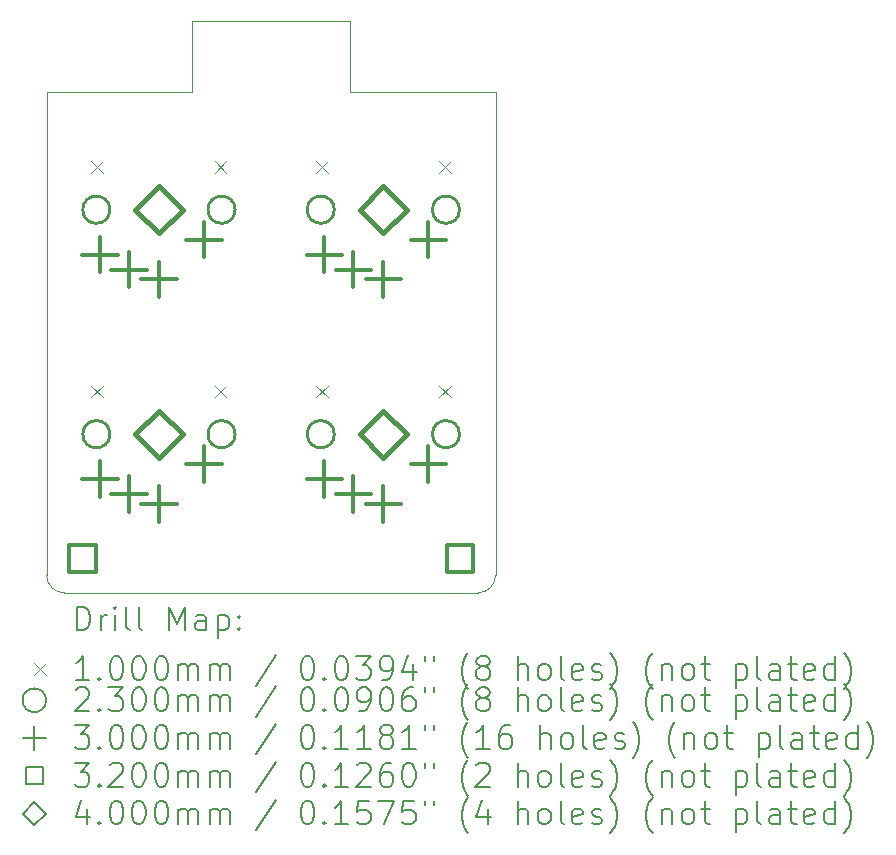
<source format=gbr>
%TF.GenerationSoftware,KiCad,Pcbnew,7.0.8*%
%TF.CreationDate,2023-12-05T05:14:52-08:00*%
%TF.ProjectId,Seismos_4-Thumb,53656973-6d6f-4735-9f34-2d5468756d62,rev?*%
%TF.SameCoordinates,Original*%
%TF.FileFunction,Drillmap*%
%TF.FilePolarity,Positive*%
%FSLAX45Y45*%
G04 Gerber Fmt 4.5, Leading zero omitted, Abs format (unit mm)*
G04 Created by KiCad (PCBNEW 7.0.8) date 2023-12-05 05:14:52*
%MOMM*%
%LPD*%
G01*
G04 APERTURE LIST*
%ADD10C,0.100000*%
%ADD11C,0.200000*%
%ADD12C,0.230000*%
%ADD13C,0.300000*%
%ADD14C,0.320000*%
%ADD15C,0.400000*%
G04 APERTURE END LIST*
D10*
X3750000Y-7193934D02*
X3750000Y-3100000D01*
X7400000Y-7343934D02*
X3900000Y-7343934D01*
X3750006Y-7193934D02*
G75*
G03*
X3900000Y-7343934I149994J-6D01*
G01*
X4980000Y-2500000D02*
X4980000Y-3100000D01*
X4700000Y-3100000D02*
X4980000Y-3100000D01*
X6600000Y-3100000D02*
X6320000Y-3100000D01*
X4700000Y-3100000D02*
X3750000Y-3100000D01*
X6600000Y-3100000D02*
X7550000Y-3100000D01*
X7400000Y-7343940D02*
G75*
G03*
X7550000Y-7193934I-10J150010D01*
G01*
X7550000Y-3100000D02*
X7550000Y-7193934D01*
X6320000Y-3100000D02*
X6320000Y-2500000D01*
X4980000Y-2500000D02*
X6320000Y-2500000D01*
D11*
D10*
X4128000Y-3688420D02*
X4228000Y-3788420D01*
X4228000Y-3688420D02*
X4128000Y-3788420D01*
X4128000Y-5588420D02*
X4228000Y-5688420D01*
X4228000Y-5588420D02*
X4128000Y-5688420D01*
X5172000Y-3688420D02*
X5272000Y-3788420D01*
X5272000Y-3688420D02*
X5172000Y-3788420D01*
X5172000Y-5588420D02*
X5272000Y-5688420D01*
X5272000Y-5588420D02*
X5172000Y-5688420D01*
X6028000Y-3688420D02*
X6128000Y-3788420D01*
X6128000Y-3688420D02*
X6028000Y-3788420D01*
X6028000Y-5588420D02*
X6128000Y-5688420D01*
X6128000Y-5588420D02*
X6028000Y-5688420D01*
X7072000Y-3688420D02*
X7172000Y-3788420D01*
X7172000Y-3688420D02*
X7072000Y-3788420D01*
X7072000Y-5588420D02*
X7172000Y-5688420D01*
X7172000Y-5588420D02*
X7072000Y-5688420D01*
D12*
X4285000Y-4100000D02*
G75*
G03*
X4285000Y-4100000I-115000J0D01*
G01*
X4285000Y-6000000D02*
G75*
G03*
X4285000Y-6000000I-115000J0D01*
G01*
X5345000Y-4100000D02*
G75*
G03*
X5345000Y-4100000I-115000J0D01*
G01*
X5345000Y-6000000D02*
G75*
G03*
X5345000Y-6000000I-115000J0D01*
G01*
X6185000Y-4100000D02*
G75*
G03*
X6185000Y-4100000I-115000J0D01*
G01*
X6185000Y-6000000D02*
G75*
G03*
X6185000Y-6000000I-115000J0D01*
G01*
X7245000Y-4100000D02*
G75*
G03*
X7245000Y-4100000I-115000J0D01*
G01*
X7245000Y-6000000D02*
G75*
G03*
X7245000Y-6000000I-115000J0D01*
G01*
D13*
X4200000Y-4330000D02*
X4200000Y-4630000D01*
X4050000Y-4480000D02*
X4350000Y-4480000D01*
X4200000Y-6230000D02*
X4200000Y-6530000D01*
X4050000Y-6380000D02*
X4350000Y-6380000D01*
X4446000Y-4458000D02*
X4446000Y-4758000D01*
X4296000Y-4608000D02*
X4596000Y-4608000D01*
X4446000Y-6358000D02*
X4446000Y-6658000D01*
X4296000Y-6508000D02*
X4596000Y-6508000D01*
X4700000Y-4540000D02*
X4700000Y-4840000D01*
X4550000Y-4690000D02*
X4850000Y-4690000D01*
X4700000Y-6440000D02*
X4700000Y-6740000D01*
X4550000Y-6590000D02*
X4850000Y-6590000D01*
X5081000Y-4204000D02*
X5081000Y-4504000D01*
X4931000Y-4354000D02*
X5231000Y-4354000D01*
X5081000Y-6104000D02*
X5081000Y-6404000D01*
X4931000Y-6254000D02*
X5231000Y-6254000D01*
X6100000Y-4330000D02*
X6100000Y-4630000D01*
X5950000Y-4480000D02*
X6250000Y-4480000D01*
X6100000Y-6230000D02*
X6100000Y-6530000D01*
X5950000Y-6380000D02*
X6250000Y-6380000D01*
X6346000Y-4458000D02*
X6346000Y-4758000D01*
X6196000Y-4608000D02*
X6496000Y-4608000D01*
X6346000Y-6358000D02*
X6346000Y-6658000D01*
X6196000Y-6508000D02*
X6496000Y-6508000D01*
X6600000Y-4540000D02*
X6600000Y-4840000D01*
X6450000Y-4690000D02*
X6750000Y-4690000D01*
X6600000Y-6440000D02*
X6600000Y-6740000D01*
X6450000Y-6590000D02*
X6750000Y-6590000D01*
X6981000Y-4204000D02*
X6981000Y-4504000D01*
X6831000Y-4354000D02*
X7131000Y-4354000D01*
X6981000Y-6104000D02*
X6981000Y-6404000D01*
X6831000Y-6254000D02*
X7131000Y-6254000D01*
D14*
X4163138Y-7163138D02*
X4163138Y-6936862D01*
X3936862Y-6936862D01*
X3936862Y-7163138D01*
X4163138Y-7163138D01*
X7363138Y-7163138D02*
X7363138Y-6936862D01*
X7136862Y-6936862D01*
X7136862Y-7163138D01*
X7363138Y-7163138D01*
D15*
X4700000Y-4300000D02*
X4900000Y-4100000D01*
X4700000Y-3900000D01*
X4500000Y-4100000D01*
X4700000Y-4300000D01*
X4700000Y-6200000D02*
X4900000Y-6000000D01*
X4700000Y-5800000D01*
X4500000Y-6000000D01*
X4700000Y-6200000D01*
X6600000Y-4300000D02*
X6800000Y-4100000D01*
X6600000Y-3900000D01*
X6400000Y-4100000D01*
X6600000Y-4300000D01*
X6600000Y-6200000D02*
X6800000Y-6000000D01*
X6600000Y-5800000D01*
X6400000Y-6000000D01*
X6600000Y-6200000D01*
D11*
X4005777Y-7660418D02*
X4005777Y-7460418D01*
X4005777Y-7460418D02*
X4053396Y-7460418D01*
X4053396Y-7460418D02*
X4081967Y-7469942D01*
X4081967Y-7469942D02*
X4101015Y-7488989D01*
X4101015Y-7488989D02*
X4110539Y-7508037D01*
X4110539Y-7508037D02*
X4120062Y-7546132D01*
X4120062Y-7546132D02*
X4120062Y-7574703D01*
X4120062Y-7574703D02*
X4110539Y-7612799D01*
X4110539Y-7612799D02*
X4101015Y-7631846D01*
X4101015Y-7631846D02*
X4081967Y-7650894D01*
X4081967Y-7650894D02*
X4053396Y-7660418D01*
X4053396Y-7660418D02*
X4005777Y-7660418D01*
X4205777Y-7660418D02*
X4205777Y-7527084D01*
X4205777Y-7565180D02*
X4215301Y-7546132D01*
X4215301Y-7546132D02*
X4224824Y-7536608D01*
X4224824Y-7536608D02*
X4243872Y-7527084D01*
X4243872Y-7527084D02*
X4262920Y-7527084D01*
X4329586Y-7660418D02*
X4329586Y-7527084D01*
X4329586Y-7460418D02*
X4320063Y-7469942D01*
X4320063Y-7469942D02*
X4329586Y-7479465D01*
X4329586Y-7479465D02*
X4339110Y-7469942D01*
X4339110Y-7469942D02*
X4329586Y-7460418D01*
X4329586Y-7460418D02*
X4329586Y-7479465D01*
X4453396Y-7660418D02*
X4434348Y-7650894D01*
X4434348Y-7650894D02*
X4424824Y-7631846D01*
X4424824Y-7631846D02*
X4424824Y-7460418D01*
X4558158Y-7660418D02*
X4539110Y-7650894D01*
X4539110Y-7650894D02*
X4529586Y-7631846D01*
X4529586Y-7631846D02*
X4529586Y-7460418D01*
X4786729Y-7660418D02*
X4786729Y-7460418D01*
X4786729Y-7460418D02*
X4853396Y-7603275D01*
X4853396Y-7603275D02*
X4920063Y-7460418D01*
X4920063Y-7460418D02*
X4920063Y-7660418D01*
X5101015Y-7660418D02*
X5101015Y-7555656D01*
X5101015Y-7555656D02*
X5091491Y-7536608D01*
X5091491Y-7536608D02*
X5072444Y-7527084D01*
X5072444Y-7527084D02*
X5034348Y-7527084D01*
X5034348Y-7527084D02*
X5015301Y-7536608D01*
X5101015Y-7650894D02*
X5081967Y-7660418D01*
X5081967Y-7660418D02*
X5034348Y-7660418D01*
X5034348Y-7660418D02*
X5015301Y-7650894D01*
X5015301Y-7650894D02*
X5005777Y-7631846D01*
X5005777Y-7631846D02*
X5005777Y-7612799D01*
X5005777Y-7612799D02*
X5015301Y-7593751D01*
X5015301Y-7593751D02*
X5034348Y-7584227D01*
X5034348Y-7584227D02*
X5081967Y-7584227D01*
X5081967Y-7584227D02*
X5101015Y-7574703D01*
X5196253Y-7527084D02*
X5196253Y-7727084D01*
X5196253Y-7536608D02*
X5215301Y-7527084D01*
X5215301Y-7527084D02*
X5253396Y-7527084D01*
X5253396Y-7527084D02*
X5272444Y-7536608D01*
X5272444Y-7536608D02*
X5281967Y-7546132D01*
X5281967Y-7546132D02*
X5291491Y-7565180D01*
X5291491Y-7565180D02*
X5291491Y-7622322D01*
X5291491Y-7622322D02*
X5281967Y-7641370D01*
X5281967Y-7641370D02*
X5272444Y-7650894D01*
X5272444Y-7650894D02*
X5253396Y-7660418D01*
X5253396Y-7660418D02*
X5215301Y-7660418D01*
X5215301Y-7660418D02*
X5196253Y-7650894D01*
X5377205Y-7641370D02*
X5386729Y-7650894D01*
X5386729Y-7650894D02*
X5377205Y-7660418D01*
X5377205Y-7660418D02*
X5367682Y-7650894D01*
X5367682Y-7650894D02*
X5377205Y-7641370D01*
X5377205Y-7641370D02*
X5377205Y-7660418D01*
X5377205Y-7536608D02*
X5386729Y-7546132D01*
X5386729Y-7546132D02*
X5377205Y-7555656D01*
X5377205Y-7555656D02*
X5367682Y-7546132D01*
X5367682Y-7546132D02*
X5377205Y-7536608D01*
X5377205Y-7536608D02*
X5377205Y-7555656D01*
D10*
X3645000Y-7938934D02*
X3745000Y-8038934D01*
X3745000Y-7938934D02*
X3645000Y-8038934D01*
D11*
X4110539Y-8080418D02*
X3996253Y-8080418D01*
X4053396Y-8080418D02*
X4053396Y-7880418D01*
X4053396Y-7880418D02*
X4034348Y-7908989D01*
X4034348Y-7908989D02*
X4015301Y-7928037D01*
X4015301Y-7928037D02*
X3996253Y-7937561D01*
X4196253Y-8061370D02*
X4205777Y-8070894D01*
X4205777Y-8070894D02*
X4196253Y-8080418D01*
X4196253Y-8080418D02*
X4186729Y-8070894D01*
X4186729Y-8070894D02*
X4196253Y-8061370D01*
X4196253Y-8061370D02*
X4196253Y-8080418D01*
X4329586Y-7880418D02*
X4348634Y-7880418D01*
X4348634Y-7880418D02*
X4367682Y-7889942D01*
X4367682Y-7889942D02*
X4377205Y-7899465D01*
X4377205Y-7899465D02*
X4386729Y-7918513D01*
X4386729Y-7918513D02*
X4396253Y-7956608D01*
X4396253Y-7956608D02*
X4396253Y-8004227D01*
X4396253Y-8004227D02*
X4386729Y-8042322D01*
X4386729Y-8042322D02*
X4377205Y-8061370D01*
X4377205Y-8061370D02*
X4367682Y-8070894D01*
X4367682Y-8070894D02*
X4348634Y-8080418D01*
X4348634Y-8080418D02*
X4329586Y-8080418D01*
X4329586Y-8080418D02*
X4310539Y-8070894D01*
X4310539Y-8070894D02*
X4301015Y-8061370D01*
X4301015Y-8061370D02*
X4291491Y-8042322D01*
X4291491Y-8042322D02*
X4281967Y-8004227D01*
X4281967Y-8004227D02*
X4281967Y-7956608D01*
X4281967Y-7956608D02*
X4291491Y-7918513D01*
X4291491Y-7918513D02*
X4301015Y-7899465D01*
X4301015Y-7899465D02*
X4310539Y-7889942D01*
X4310539Y-7889942D02*
X4329586Y-7880418D01*
X4520063Y-7880418D02*
X4539110Y-7880418D01*
X4539110Y-7880418D02*
X4558158Y-7889942D01*
X4558158Y-7889942D02*
X4567682Y-7899465D01*
X4567682Y-7899465D02*
X4577205Y-7918513D01*
X4577205Y-7918513D02*
X4586729Y-7956608D01*
X4586729Y-7956608D02*
X4586729Y-8004227D01*
X4586729Y-8004227D02*
X4577205Y-8042322D01*
X4577205Y-8042322D02*
X4567682Y-8061370D01*
X4567682Y-8061370D02*
X4558158Y-8070894D01*
X4558158Y-8070894D02*
X4539110Y-8080418D01*
X4539110Y-8080418D02*
X4520063Y-8080418D01*
X4520063Y-8080418D02*
X4501015Y-8070894D01*
X4501015Y-8070894D02*
X4491491Y-8061370D01*
X4491491Y-8061370D02*
X4481967Y-8042322D01*
X4481967Y-8042322D02*
X4472444Y-8004227D01*
X4472444Y-8004227D02*
X4472444Y-7956608D01*
X4472444Y-7956608D02*
X4481967Y-7918513D01*
X4481967Y-7918513D02*
X4491491Y-7899465D01*
X4491491Y-7899465D02*
X4501015Y-7889942D01*
X4501015Y-7889942D02*
X4520063Y-7880418D01*
X4710539Y-7880418D02*
X4729586Y-7880418D01*
X4729586Y-7880418D02*
X4748634Y-7889942D01*
X4748634Y-7889942D02*
X4758158Y-7899465D01*
X4758158Y-7899465D02*
X4767682Y-7918513D01*
X4767682Y-7918513D02*
X4777205Y-7956608D01*
X4777205Y-7956608D02*
X4777205Y-8004227D01*
X4777205Y-8004227D02*
X4767682Y-8042322D01*
X4767682Y-8042322D02*
X4758158Y-8061370D01*
X4758158Y-8061370D02*
X4748634Y-8070894D01*
X4748634Y-8070894D02*
X4729586Y-8080418D01*
X4729586Y-8080418D02*
X4710539Y-8080418D01*
X4710539Y-8080418D02*
X4691491Y-8070894D01*
X4691491Y-8070894D02*
X4681967Y-8061370D01*
X4681967Y-8061370D02*
X4672444Y-8042322D01*
X4672444Y-8042322D02*
X4662920Y-8004227D01*
X4662920Y-8004227D02*
X4662920Y-7956608D01*
X4662920Y-7956608D02*
X4672444Y-7918513D01*
X4672444Y-7918513D02*
X4681967Y-7899465D01*
X4681967Y-7899465D02*
X4691491Y-7889942D01*
X4691491Y-7889942D02*
X4710539Y-7880418D01*
X4862920Y-8080418D02*
X4862920Y-7947084D01*
X4862920Y-7966132D02*
X4872444Y-7956608D01*
X4872444Y-7956608D02*
X4891491Y-7947084D01*
X4891491Y-7947084D02*
X4920063Y-7947084D01*
X4920063Y-7947084D02*
X4939110Y-7956608D01*
X4939110Y-7956608D02*
X4948634Y-7975656D01*
X4948634Y-7975656D02*
X4948634Y-8080418D01*
X4948634Y-7975656D02*
X4958158Y-7956608D01*
X4958158Y-7956608D02*
X4977205Y-7947084D01*
X4977205Y-7947084D02*
X5005777Y-7947084D01*
X5005777Y-7947084D02*
X5024825Y-7956608D01*
X5024825Y-7956608D02*
X5034348Y-7975656D01*
X5034348Y-7975656D02*
X5034348Y-8080418D01*
X5129586Y-8080418D02*
X5129586Y-7947084D01*
X5129586Y-7966132D02*
X5139110Y-7956608D01*
X5139110Y-7956608D02*
X5158158Y-7947084D01*
X5158158Y-7947084D02*
X5186729Y-7947084D01*
X5186729Y-7947084D02*
X5205777Y-7956608D01*
X5205777Y-7956608D02*
X5215301Y-7975656D01*
X5215301Y-7975656D02*
X5215301Y-8080418D01*
X5215301Y-7975656D02*
X5224825Y-7956608D01*
X5224825Y-7956608D02*
X5243872Y-7947084D01*
X5243872Y-7947084D02*
X5272444Y-7947084D01*
X5272444Y-7947084D02*
X5291491Y-7956608D01*
X5291491Y-7956608D02*
X5301015Y-7975656D01*
X5301015Y-7975656D02*
X5301015Y-8080418D01*
X5691491Y-7870894D02*
X5520063Y-8128037D01*
X5948634Y-7880418D02*
X5967682Y-7880418D01*
X5967682Y-7880418D02*
X5986729Y-7889942D01*
X5986729Y-7889942D02*
X5996253Y-7899465D01*
X5996253Y-7899465D02*
X6005777Y-7918513D01*
X6005777Y-7918513D02*
X6015301Y-7956608D01*
X6015301Y-7956608D02*
X6015301Y-8004227D01*
X6015301Y-8004227D02*
X6005777Y-8042322D01*
X6005777Y-8042322D02*
X5996253Y-8061370D01*
X5996253Y-8061370D02*
X5986729Y-8070894D01*
X5986729Y-8070894D02*
X5967682Y-8080418D01*
X5967682Y-8080418D02*
X5948634Y-8080418D01*
X5948634Y-8080418D02*
X5929586Y-8070894D01*
X5929586Y-8070894D02*
X5920063Y-8061370D01*
X5920063Y-8061370D02*
X5910539Y-8042322D01*
X5910539Y-8042322D02*
X5901015Y-8004227D01*
X5901015Y-8004227D02*
X5901015Y-7956608D01*
X5901015Y-7956608D02*
X5910539Y-7918513D01*
X5910539Y-7918513D02*
X5920063Y-7899465D01*
X5920063Y-7899465D02*
X5929586Y-7889942D01*
X5929586Y-7889942D02*
X5948634Y-7880418D01*
X6101015Y-8061370D02*
X6110539Y-8070894D01*
X6110539Y-8070894D02*
X6101015Y-8080418D01*
X6101015Y-8080418D02*
X6091491Y-8070894D01*
X6091491Y-8070894D02*
X6101015Y-8061370D01*
X6101015Y-8061370D02*
X6101015Y-8080418D01*
X6234348Y-7880418D02*
X6253396Y-7880418D01*
X6253396Y-7880418D02*
X6272444Y-7889942D01*
X6272444Y-7889942D02*
X6281967Y-7899465D01*
X6281967Y-7899465D02*
X6291491Y-7918513D01*
X6291491Y-7918513D02*
X6301015Y-7956608D01*
X6301015Y-7956608D02*
X6301015Y-8004227D01*
X6301015Y-8004227D02*
X6291491Y-8042322D01*
X6291491Y-8042322D02*
X6281967Y-8061370D01*
X6281967Y-8061370D02*
X6272444Y-8070894D01*
X6272444Y-8070894D02*
X6253396Y-8080418D01*
X6253396Y-8080418D02*
X6234348Y-8080418D01*
X6234348Y-8080418D02*
X6215301Y-8070894D01*
X6215301Y-8070894D02*
X6205777Y-8061370D01*
X6205777Y-8061370D02*
X6196253Y-8042322D01*
X6196253Y-8042322D02*
X6186729Y-8004227D01*
X6186729Y-8004227D02*
X6186729Y-7956608D01*
X6186729Y-7956608D02*
X6196253Y-7918513D01*
X6196253Y-7918513D02*
X6205777Y-7899465D01*
X6205777Y-7899465D02*
X6215301Y-7889942D01*
X6215301Y-7889942D02*
X6234348Y-7880418D01*
X6367682Y-7880418D02*
X6491491Y-7880418D01*
X6491491Y-7880418D02*
X6424825Y-7956608D01*
X6424825Y-7956608D02*
X6453396Y-7956608D01*
X6453396Y-7956608D02*
X6472444Y-7966132D01*
X6472444Y-7966132D02*
X6481967Y-7975656D01*
X6481967Y-7975656D02*
X6491491Y-7994703D01*
X6491491Y-7994703D02*
X6491491Y-8042322D01*
X6491491Y-8042322D02*
X6481967Y-8061370D01*
X6481967Y-8061370D02*
X6472444Y-8070894D01*
X6472444Y-8070894D02*
X6453396Y-8080418D01*
X6453396Y-8080418D02*
X6396253Y-8080418D01*
X6396253Y-8080418D02*
X6377206Y-8070894D01*
X6377206Y-8070894D02*
X6367682Y-8061370D01*
X6586729Y-8080418D02*
X6624825Y-8080418D01*
X6624825Y-8080418D02*
X6643872Y-8070894D01*
X6643872Y-8070894D02*
X6653396Y-8061370D01*
X6653396Y-8061370D02*
X6672444Y-8032799D01*
X6672444Y-8032799D02*
X6681967Y-7994703D01*
X6681967Y-7994703D02*
X6681967Y-7918513D01*
X6681967Y-7918513D02*
X6672444Y-7899465D01*
X6672444Y-7899465D02*
X6662920Y-7889942D01*
X6662920Y-7889942D02*
X6643872Y-7880418D01*
X6643872Y-7880418D02*
X6605777Y-7880418D01*
X6605777Y-7880418D02*
X6586729Y-7889942D01*
X6586729Y-7889942D02*
X6577206Y-7899465D01*
X6577206Y-7899465D02*
X6567682Y-7918513D01*
X6567682Y-7918513D02*
X6567682Y-7966132D01*
X6567682Y-7966132D02*
X6577206Y-7985180D01*
X6577206Y-7985180D02*
X6586729Y-7994703D01*
X6586729Y-7994703D02*
X6605777Y-8004227D01*
X6605777Y-8004227D02*
X6643872Y-8004227D01*
X6643872Y-8004227D02*
X6662920Y-7994703D01*
X6662920Y-7994703D02*
X6672444Y-7985180D01*
X6672444Y-7985180D02*
X6681967Y-7966132D01*
X6853396Y-7947084D02*
X6853396Y-8080418D01*
X6805777Y-7870894D02*
X6758158Y-8013751D01*
X6758158Y-8013751D02*
X6881967Y-8013751D01*
X6948634Y-7880418D02*
X6948634Y-7918513D01*
X7024825Y-7880418D02*
X7024825Y-7918513D01*
X7320063Y-8156608D02*
X7310539Y-8147084D01*
X7310539Y-8147084D02*
X7291491Y-8118513D01*
X7291491Y-8118513D02*
X7281968Y-8099465D01*
X7281968Y-8099465D02*
X7272444Y-8070894D01*
X7272444Y-8070894D02*
X7262920Y-8023275D01*
X7262920Y-8023275D02*
X7262920Y-7985180D01*
X7262920Y-7985180D02*
X7272444Y-7937561D01*
X7272444Y-7937561D02*
X7281968Y-7908989D01*
X7281968Y-7908989D02*
X7291491Y-7889942D01*
X7291491Y-7889942D02*
X7310539Y-7861370D01*
X7310539Y-7861370D02*
X7320063Y-7851846D01*
X7424825Y-7966132D02*
X7405777Y-7956608D01*
X7405777Y-7956608D02*
X7396253Y-7947084D01*
X7396253Y-7947084D02*
X7386729Y-7928037D01*
X7386729Y-7928037D02*
X7386729Y-7918513D01*
X7386729Y-7918513D02*
X7396253Y-7899465D01*
X7396253Y-7899465D02*
X7405777Y-7889942D01*
X7405777Y-7889942D02*
X7424825Y-7880418D01*
X7424825Y-7880418D02*
X7462920Y-7880418D01*
X7462920Y-7880418D02*
X7481968Y-7889942D01*
X7481968Y-7889942D02*
X7491491Y-7899465D01*
X7491491Y-7899465D02*
X7501015Y-7918513D01*
X7501015Y-7918513D02*
X7501015Y-7928037D01*
X7501015Y-7928037D02*
X7491491Y-7947084D01*
X7491491Y-7947084D02*
X7481968Y-7956608D01*
X7481968Y-7956608D02*
X7462920Y-7966132D01*
X7462920Y-7966132D02*
X7424825Y-7966132D01*
X7424825Y-7966132D02*
X7405777Y-7975656D01*
X7405777Y-7975656D02*
X7396253Y-7985180D01*
X7396253Y-7985180D02*
X7386729Y-8004227D01*
X7386729Y-8004227D02*
X7386729Y-8042322D01*
X7386729Y-8042322D02*
X7396253Y-8061370D01*
X7396253Y-8061370D02*
X7405777Y-8070894D01*
X7405777Y-8070894D02*
X7424825Y-8080418D01*
X7424825Y-8080418D02*
X7462920Y-8080418D01*
X7462920Y-8080418D02*
X7481968Y-8070894D01*
X7481968Y-8070894D02*
X7491491Y-8061370D01*
X7491491Y-8061370D02*
X7501015Y-8042322D01*
X7501015Y-8042322D02*
X7501015Y-8004227D01*
X7501015Y-8004227D02*
X7491491Y-7985180D01*
X7491491Y-7985180D02*
X7481968Y-7975656D01*
X7481968Y-7975656D02*
X7462920Y-7966132D01*
X7739110Y-8080418D02*
X7739110Y-7880418D01*
X7824825Y-8080418D02*
X7824825Y-7975656D01*
X7824825Y-7975656D02*
X7815301Y-7956608D01*
X7815301Y-7956608D02*
X7796253Y-7947084D01*
X7796253Y-7947084D02*
X7767682Y-7947084D01*
X7767682Y-7947084D02*
X7748634Y-7956608D01*
X7748634Y-7956608D02*
X7739110Y-7966132D01*
X7948634Y-8080418D02*
X7929587Y-8070894D01*
X7929587Y-8070894D02*
X7920063Y-8061370D01*
X7920063Y-8061370D02*
X7910539Y-8042322D01*
X7910539Y-8042322D02*
X7910539Y-7985180D01*
X7910539Y-7985180D02*
X7920063Y-7966132D01*
X7920063Y-7966132D02*
X7929587Y-7956608D01*
X7929587Y-7956608D02*
X7948634Y-7947084D01*
X7948634Y-7947084D02*
X7977206Y-7947084D01*
X7977206Y-7947084D02*
X7996253Y-7956608D01*
X7996253Y-7956608D02*
X8005777Y-7966132D01*
X8005777Y-7966132D02*
X8015301Y-7985180D01*
X8015301Y-7985180D02*
X8015301Y-8042322D01*
X8015301Y-8042322D02*
X8005777Y-8061370D01*
X8005777Y-8061370D02*
X7996253Y-8070894D01*
X7996253Y-8070894D02*
X7977206Y-8080418D01*
X7977206Y-8080418D02*
X7948634Y-8080418D01*
X8129587Y-8080418D02*
X8110539Y-8070894D01*
X8110539Y-8070894D02*
X8101015Y-8051846D01*
X8101015Y-8051846D02*
X8101015Y-7880418D01*
X8281968Y-8070894D02*
X8262920Y-8080418D01*
X8262920Y-8080418D02*
X8224825Y-8080418D01*
X8224825Y-8080418D02*
X8205777Y-8070894D01*
X8205777Y-8070894D02*
X8196253Y-8051846D01*
X8196253Y-8051846D02*
X8196253Y-7975656D01*
X8196253Y-7975656D02*
X8205777Y-7956608D01*
X8205777Y-7956608D02*
X8224825Y-7947084D01*
X8224825Y-7947084D02*
X8262920Y-7947084D01*
X8262920Y-7947084D02*
X8281968Y-7956608D01*
X8281968Y-7956608D02*
X8291491Y-7975656D01*
X8291491Y-7975656D02*
X8291491Y-7994703D01*
X8291491Y-7994703D02*
X8196253Y-8013751D01*
X8367682Y-8070894D02*
X8386730Y-8080418D01*
X8386730Y-8080418D02*
X8424825Y-8080418D01*
X8424825Y-8080418D02*
X8443873Y-8070894D01*
X8443873Y-8070894D02*
X8453396Y-8051846D01*
X8453396Y-8051846D02*
X8453396Y-8042322D01*
X8453396Y-8042322D02*
X8443873Y-8023275D01*
X8443873Y-8023275D02*
X8424825Y-8013751D01*
X8424825Y-8013751D02*
X8396253Y-8013751D01*
X8396253Y-8013751D02*
X8377206Y-8004227D01*
X8377206Y-8004227D02*
X8367682Y-7985180D01*
X8367682Y-7985180D02*
X8367682Y-7975656D01*
X8367682Y-7975656D02*
X8377206Y-7956608D01*
X8377206Y-7956608D02*
X8396253Y-7947084D01*
X8396253Y-7947084D02*
X8424825Y-7947084D01*
X8424825Y-7947084D02*
X8443873Y-7956608D01*
X8520063Y-8156608D02*
X8529587Y-8147084D01*
X8529587Y-8147084D02*
X8548634Y-8118513D01*
X8548634Y-8118513D02*
X8558158Y-8099465D01*
X8558158Y-8099465D02*
X8567682Y-8070894D01*
X8567682Y-8070894D02*
X8577206Y-8023275D01*
X8577206Y-8023275D02*
X8577206Y-7985180D01*
X8577206Y-7985180D02*
X8567682Y-7937561D01*
X8567682Y-7937561D02*
X8558158Y-7908989D01*
X8558158Y-7908989D02*
X8548634Y-7889942D01*
X8548634Y-7889942D02*
X8529587Y-7861370D01*
X8529587Y-7861370D02*
X8520063Y-7851846D01*
X8881968Y-8156608D02*
X8872444Y-8147084D01*
X8872444Y-8147084D02*
X8853396Y-8118513D01*
X8853396Y-8118513D02*
X8843873Y-8099465D01*
X8843873Y-8099465D02*
X8834349Y-8070894D01*
X8834349Y-8070894D02*
X8824825Y-8023275D01*
X8824825Y-8023275D02*
X8824825Y-7985180D01*
X8824825Y-7985180D02*
X8834349Y-7937561D01*
X8834349Y-7937561D02*
X8843873Y-7908989D01*
X8843873Y-7908989D02*
X8853396Y-7889942D01*
X8853396Y-7889942D02*
X8872444Y-7861370D01*
X8872444Y-7861370D02*
X8881968Y-7851846D01*
X8958158Y-7947084D02*
X8958158Y-8080418D01*
X8958158Y-7966132D02*
X8967682Y-7956608D01*
X8967682Y-7956608D02*
X8986730Y-7947084D01*
X8986730Y-7947084D02*
X9015301Y-7947084D01*
X9015301Y-7947084D02*
X9034349Y-7956608D01*
X9034349Y-7956608D02*
X9043873Y-7975656D01*
X9043873Y-7975656D02*
X9043873Y-8080418D01*
X9167682Y-8080418D02*
X9148634Y-8070894D01*
X9148634Y-8070894D02*
X9139111Y-8061370D01*
X9139111Y-8061370D02*
X9129587Y-8042322D01*
X9129587Y-8042322D02*
X9129587Y-7985180D01*
X9129587Y-7985180D02*
X9139111Y-7966132D01*
X9139111Y-7966132D02*
X9148634Y-7956608D01*
X9148634Y-7956608D02*
X9167682Y-7947084D01*
X9167682Y-7947084D02*
X9196254Y-7947084D01*
X9196254Y-7947084D02*
X9215301Y-7956608D01*
X9215301Y-7956608D02*
X9224825Y-7966132D01*
X9224825Y-7966132D02*
X9234349Y-7985180D01*
X9234349Y-7985180D02*
X9234349Y-8042322D01*
X9234349Y-8042322D02*
X9224825Y-8061370D01*
X9224825Y-8061370D02*
X9215301Y-8070894D01*
X9215301Y-8070894D02*
X9196254Y-8080418D01*
X9196254Y-8080418D02*
X9167682Y-8080418D01*
X9291492Y-7947084D02*
X9367682Y-7947084D01*
X9320063Y-7880418D02*
X9320063Y-8051846D01*
X9320063Y-8051846D02*
X9329587Y-8070894D01*
X9329587Y-8070894D02*
X9348634Y-8080418D01*
X9348634Y-8080418D02*
X9367682Y-8080418D01*
X9586730Y-7947084D02*
X9586730Y-8147084D01*
X9586730Y-7956608D02*
X9605777Y-7947084D01*
X9605777Y-7947084D02*
X9643873Y-7947084D01*
X9643873Y-7947084D02*
X9662920Y-7956608D01*
X9662920Y-7956608D02*
X9672444Y-7966132D01*
X9672444Y-7966132D02*
X9681968Y-7985180D01*
X9681968Y-7985180D02*
X9681968Y-8042322D01*
X9681968Y-8042322D02*
X9672444Y-8061370D01*
X9672444Y-8061370D02*
X9662920Y-8070894D01*
X9662920Y-8070894D02*
X9643873Y-8080418D01*
X9643873Y-8080418D02*
X9605777Y-8080418D01*
X9605777Y-8080418D02*
X9586730Y-8070894D01*
X9796254Y-8080418D02*
X9777206Y-8070894D01*
X9777206Y-8070894D02*
X9767682Y-8051846D01*
X9767682Y-8051846D02*
X9767682Y-7880418D01*
X9958158Y-8080418D02*
X9958158Y-7975656D01*
X9958158Y-7975656D02*
X9948635Y-7956608D01*
X9948635Y-7956608D02*
X9929587Y-7947084D01*
X9929587Y-7947084D02*
X9891492Y-7947084D01*
X9891492Y-7947084D02*
X9872444Y-7956608D01*
X9958158Y-8070894D02*
X9939111Y-8080418D01*
X9939111Y-8080418D02*
X9891492Y-8080418D01*
X9891492Y-8080418D02*
X9872444Y-8070894D01*
X9872444Y-8070894D02*
X9862920Y-8051846D01*
X9862920Y-8051846D02*
X9862920Y-8032799D01*
X9862920Y-8032799D02*
X9872444Y-8013751D01*
X9872444Y-8013751D02*
X9891492Y-8004227D01*
X9891492Y-8004227D02*
X9939111Y-8004227D01*
X9939111Y-8004227D02*
X9958158Y-7994703D01*
X10024825Y-7947084D02*
X10101015Y-7947084D01*
X10053396Y-7880418D02*
X10053396Y-8051846D01*
X10053396Y-8051846D02*
X10062920Y-8070894D01*
X10062920Y-8070894D02*
X10081968Y-8080418D01*
X10081968Y-8080418D02*
X10101015Y-8080418D01*
X10243873Y-8070894D02*
X10224825Y-8080418D01*
X10224825Y-8080418D02*
X10186730Y-8080418D01*
X10186730Y-8080418D02*
X10167682Y-8070894D01*
X10167682Y-8070894D02*
X10158158Y-8051846D01*
X10158158Y-8051846D02*
X10158158Y-7975656D01*
X10158158Y-7975656D02*
X10167682Y-7956608D01*
X10167682Y-7956608D02*
X10186730Y-7947084D01*
X10186730Y-7947084D02*
X10224825Y-7947084D01*
X10224825Y-7947084D02*
X10243873Y-7956608D01*
X10243873Y-7956608D02*
X10253396Y-7975656D01*
X10253396Y-7975656D02*
X10253396Y-7994703D01*
X10253396Y-7994703D02*
X10158158Y-8013751D01*
X10424825Y-8080418D02*
X10424825Y-7880418D01*
X10424825Y-8070894D02*
X10405777Y-8080418D01*
X10405777Y-8080418D02*
X10367682Y-8080418D01*
X10367682Y-8080418D02*
X10348635Y-8070894D01*
X10348635Y-8070894D02*
X10339111Y-8061370D01*
X10339111Y-8061370D02*
X10329587Y-8042322D01*
X10329587Y-8042322D02*
X10329587Y-7985180D01*
X10329587Y-7985180D02*
X10339111Y-7966132D01*
X10339111Y-7966132D02*
X10348635Y-7956608D01*
X10348635Y-7956608D02*
X10367682Y-7947084D01*
X10367682Y-7947084D02*
X10405777Y-7947084D01*
X10405777Y-7947084D02*
X10424825Y-7956608D01*
X10501016Y-8156608D02*
X10510539Y-8147084D01*
X10510539Y-8147084D02*
X10529587Y-8118513D01*
X10529587Y-8118513D02*
X10539111Y-8099465D01*
X10539111Y-8099465D02*
X10548635Y-8070894D01*
X10548635Y-8070894D02*
X10558158Y-8023275D01*
X10558158Y-8023275D02*
X10558158Y-7985180D01*
X10558158Y-7985180D02*
X10548635Y-7937561D01*
X10548635Y-7937561D02*
X10539111Y-7908989D01*
X10539111Y-7908989D02*
X10529587Y-7889942D01*
X10529587Y-7889942D02*
X10510539Y-7861370D01*
X10510539Y-7861370D02*
X10501016Y-7851846D01*
X3745000Y-8252934D02*
G75*
G03*
X3745000Y-8252934I-100000J0D01*
G01*
X3996253Y-8163465D02*
X4005777Y-8153942D01*
X4005777Y-8153942D02*
X4024824Y-8144418D01*
X4024824Y-8144418D02*
X4072443Y-8144418D01*
X4072443Y-8144418D02*
X4091491Y-8153942D01*
X4091491Y-8153942D02*
X4101015Y-8163465D01*
X4101015Y-8163465D02*
X4110539Y-8182513D01*
X4110539Y-8182513D02*
X4110539Y-8201561D01*
X4110539Y-8201561D02*
X4101015Y-8230132D01*
X4101015Y-8230132D02*
X3986729Y-8344418D01*
X3986729Y-8344418D02*
X4110539Y-8344418D01*
X4196253Y-8325370D02*
X4205777Y-8334894D01*
X4205777Y-8334894D02*
X4196253Y-8344418D01*
X4196253Y-8344418D02*
X4186729Y-8334894D01*
X4186729Y-8334894D02*
X4196253Y-8325370D01*
X4196253Y-8325370D02*
X4196253Y-8344418D01*
X4272444Y-8144418D02*
X4396253Y-8144418D01*
X4396253Y-8144418D02*
X4329586Y-8220608D01*
X4329586Y-8220608D02*
X4358158Y-8220608D01*
X4358158Y-8220608D02*
X4377205Y-8230132D01*
X4377205Y-8230132D02*
X4386729Y-8239656D01*
X4386729Y-8239656D02*
X4396253Y-8258703D01*
X4396253Y-8258703D02*
X4396253Y-8306322D01*
X4396253Y-8306322D02*
X4386729Y-8325370D01*
X4386729Y-8325370D02*
X4377205Y-8334894D01*
X4377205Y-8334894D02*
X4358158Y-8344418D01*
X4358158Y-8344418D02*
X4301015Y-8344418D01*
X4301015Y-8344418D02*
X4281967Y-8334894D01*
X4281967Y-8334894D02*
X4272444Y-8325370D01*
X4520063Y-8144418D02*
X4539110Y-8144418D01*
X4539110Y-8144418D02*
X4558158Y-8153942D01*
X4558158Y-8153942D02*
X4567682Y-8163465D01*
X4567682Y-8163465D02*
X4577205Y-8182513D01*
X4577205Y-8182513D02*
X4586729Y-8220608D01*
X4586729Y-8220608D02*
X4586729Y-8268227D01*
X4586729Y-8268227D02*
X4577205Y-8306322D01*
X4577205Y-8306322D02*
X4567682Y-8325370D01*
X4567682Y-8325370D02*
X4558158Y-8334894D01*
X4558158Y-8334894D02*
X4539110Y-8344418D01*
X4539110Y-8344418D02*
X4520063Y-8344418D01*
X4520063Y-8344418D02*
X4501015Y-8334894D01*
X4501015Y-8334894D02*
X4491491Y-8325370D01*
X4491491Y-8325370D02*
X4481967Y-8306322D01*
X4481967Y-8306322D02*
X4472444Y-8268227D01*
X4472444Y-8268227D02*
X4472444Y-8220608D01*
X4472444Y-8220608D02*
X4481967Y-8182513D01*
X4481967Y-8182513D02*
X4491491Y-8163465D01*
X4491491Y-8163465D02*
X4501015Y-8153942D01*
X4501015Y-8153942D02*
X4520063Y-8144418D01*
X4710539Y-8144418D02*
X4729586Y-8144418D01*
X4729586Y-8144418D02*
X4748634Y-8153942D01*
X4748634Y-8153942D02*
X4758158Y-8163465D01*
X4758158Y-8163465D02*
X4767682Y-8182513D01*
X4767682Y-8182513D02*
X4777205Y-8220608D01*
X4777205Y-8220608D02*
X4777205Y-8268227D01*
X4777205Y-8268227D02*
X4767682Y-8306322D01*
X4767682Y-8306322D02*
X4758158Y-8325370D01*
X4758158Y-8325370D02*
X4748634Y-8334894D01*
X4748634Y-8334894D02*
X4729586Y-8344418D01*
X4729586Y-8344418D02*
X4710539Y-8344418D01*
X4710539Y-8344418D02*
X4691491Y-8334894D01*
X4691491Y-8334894D02*
X4681967Y-8325370D01*
X4681967Y-8325370D02*
X4672444Y-8306322D01*
X4672444Y-8306322D02*
X4662920Y-8268227D01*
X4662920Y-8268227D02*
X4662920Y-8220608D01*
X4662920Y-8220608D02*
X4672444Y-8182513D01*
X4672444Y-8182513D02*
X4681967Y-8163465D01*
X4681967Y-8163465D02*
X4691491Y-8153942D01*
X4691491Y-8153942D02*
X4710539Y-8144418D01*
X4862920Y-8344418D02*
X4862920Y-8211084D01*
X4862920Y-8230132D02*
X4872444Y-8220608D01*
X4872444Y-8220608D02*
X4891491Y-8211084D01*
X4891491Y-8211084D02*
X4920063Y-8211084D01*
X4920063Y-8211084D02*
X4939110Y-8220608D01*
X4939110Y-8220608D02*
X4948634Y-8239656D01*
X4948634Y-8239656D02*
X4948634Y-8344418D01*
X4948634Y-8239656D02*
X4958158Y-8220608D01*
X4958158Y-8220608D02*
X4977205Y-8211084D01*
X4977205Y-8211084D02*
X5005777Y-8211084D01*
X5005777Y-8211084D02*
X5024825Y-8220608D01*
X5024825Y-8220608D02*
X5034348Y-8239656D01*
X5034348Y-8239656D02*
X5034348Y-8344418D01*
X5129586Y-8344418D02*
X5129586Y-8211084D01*
X5129586Y-8230132D02*
X5139110Y-8220608D01*
X5139110Y-8220608D02*
X5158158Y-8211084D01*
X5158158Y-8211084D02*
X5186729Y-8211084D01*
X5186729Y-8211084D02*
X5205777Y-8220608D01*
X5205777Y-8220608D02*
X5215301Y-8239656D01*
X5215301Y-8239656D02*
X5215301Y-8344418D01*
X5215301Y-8239656D02*
X5224825Y-8220608D01*
X5224825Y-8220608D02*
X5243872Y-8211084D01*
X5243872Y-8211084D02*
X5272444Y-8211084D01*
X5272444Y-8211084D02*
X5291491Y-8220608D01*
X5291491Y-8220608D02*
X5301015Y-8239656D01*
X5301015Y-8239656D02*
X5301015Y-8344418D01*
X5691491Y-8134894D02*
X5520063Y-8392037D01*
X5948634Y-8144418D02*
X5967682Y-8144418D01*
X5967682Y-8144418D02*
X5986729Y-8153942D01*
X5986729Y-8153942D02*
X5996253Y-8163465D01*
X5996253Y-8163465D02*
X6005777Y-8182513D01*
X6005777Y-8182513D02*
X6015301Y-8220608D01*
X6015301Y-8220608D02*
X6015301Y-8268227D01*
X6015301Y-8268227D02*
X6005777Y-8306322D01*
X6005777Y-8306322D02*
X5996253Y-8325370D01*
X5996253Y-8325370D02*
X5986729Y-8334894D01*
X5986729Y-8334894D02*
X5967682Y-8344418D01*
X5967682Y-8344418D02*
X5948634Y-8344418D01*
X5948634Y-8344418D02*
X5929586Y-8334894D01*
X5929586Y-8334894D02*
X5920063Y-8325370D01*
X5920063Y-8325370D02*
X5910539Y-8306322D01*
X5910539Y-8306322D02*
X5901015Y-8268227D01*
X5901015Y-8268227D02*
X5901015Y-8220608D01*
X5901015Y-8220608D02*
X5910539Y-8182513D01*
X5910539Y-8182513D02*
X5920063Y-8163465D01*
X5920063Y-8163465D02*
X5929586Y-8153942D01*
X5929586Y-8153942D02*
X5948634Y-8144418D01*
X6101015Y-8325370D02*
X6110539Y-8334894D01*
X6110539Y-8334894D02*
X6101015Y-8344418D01*
X6101015Y-8344418D02*
X6091491Y-8334894D01*
X6091491Y-8334894D02*
X6101015Y-8325370D01*
X6101015Y-8325370D02*
X6101015Y-8344418D01*
X6234348Y-8144418D02*
X6253396Y-8144418D01*
X6253396Y-8144418D02*
X6272444Y-8153942D01*
X6272444Y-8153942D02*
X6281967Y-8163465D01*
X6281967Y-8163465D02*
X6291491Y-8182513D01*
X6291491Y-8182513D02*
X6301015Y-8220608D01*
X6301015Y-8220608D02*
X6301015Y-8268227D01*
X6301015Y-8268227D02*
X6291491Y-8306322D01*
X6291491Y-8306322D02*
X6281967Y-8325370D01*
X6281967Y-8325370D02*
X6272444Y-8334894D01*
X6272444Y-8334894D02*
X6253396Y-8344418D01*
X6253396Y-8344418D02*
X6234348Y-8344418D01*
X6234348Y-8344418D02*
X6215301Y-8334894D01*
X6215301Y-8334894D02*
X6205777Y-8325370D01*
X6205777Y-8325370D02*
X6196253Y-8306322D01*
X6196253Y-8306322D02*
X6186729Y-8268227D01*
X6186729Y-8268227D02*
X6186729Y-8220608D01*
X6186729Y-8220608D02*
X6196253Y-8182513D01*
X6196253Y-8182513D02*
X6205777Y-8163465D01*
X6205777Y-8163465D02*
X6215301Y-8153942D01*
X6215301Y-8153942D02*
X6234348Y-8144418D01*
X6396253Y-8344418D02*
X6434348Y-8344418D01*
X6434348Y-8344418D02*
X6453396Y-8334894D01*
X6453396Y-8334894D02*
X6462920Y-8325370D01*
X6462920Y-8325370D02*
X6481967Y-8296799D01*
X6481967Y-8296799D02*
X6491491Y-8258703D01*
X6491491Y-8258703D02*
X6491491Y-8182513D01*
X6491491Y-8182513D02*
X6481967Y-8163465D01*
X6481967Y-8163465D02*
X6472444Y-8153942D01*
X6472444Y-8153942D02*
X6453396Y-8144418D01*
X6453396Y-8144418D02*
X6415301Y-8144418D01*
X6415301Y-8144418D02*
X6396253Y-8153942D01*
X6396253Y-8153942D02*
X6386729Y-8163465D01*
X6386729Y-8163465D02*
X6377206Y-8182513D01*
X6377206Y-8182513D02*
X6377206Y-8230132D01*
X6377206Y-8230132D02*
X6386729Y-8249180D01*
X6386729Y-8249180D02*
X6396253Y-8258703D01*
X6396253Y-8258703D02*
X6415301Y-8268227D01*
X6415301Y-8268227D02*
X6453396Y-8268227D01*
X6453396Y-8268227D02*
X6472444Y-8258703D01*
X6472444Y-8258703D02*
X6481967Y-8249180D01*
X6481967Y-8249180D02*
X6491491Y-8230132D01*
X6615301Y-8144418D02*
X6634348Y-8144418D01*
X6634348Y-8144418D02*
X6653396Y-8153942D01*
X6653396Y-8153942D02*
X6662920Y-8163465D01*
X6662920Y-8163465D02*
X6672444Y-8182513D01*
X6672444Y-8182513D02*
X6681967Y-8220608D01*
X6681967Y-8220608D02*
X6681967Y-8268227D01*
X6681967Y-8268227D02*
X6672444Y-8306322D01*
X6672444Y-8306322D02*
X6662920Y-8325370D01*
X6662920Y-8325370D02*
X6653396Y-8334894D01*
X6653396Y-8334894D02*
X6634348Y-8344418D01*
X6634348Y-8344418D02*
X6615301Y-8344418D01*
X6615301Y-8344418D02*
X6596253Y-8334894D01*
X6596253Y-8334894D02*
X6586729Y-8325370D01*
X6586729Y-8325370D02*
X6577206Y-8306322D01*
X6577206Y-8306322D02*
X6567682Y-8268227D01*
X6567682Y-8268227D02*
X6567682Y-8220608D01*
X6567682Y-8220608D02*
X6577206Y-8182513D01*
X6577206Y-8182513D02*
X6586729Y-8163465D01*
X6586729Y-8163465D02*
X6596253Y-8153942D01*
X6596253Y-8153942D02*
X6615301Y-8144418D01*
X6853396Y-8144418D02*
X6815301Y-8144418D01*
X6815301Y-8144418D02*
X6796253Y-8153942D01*
X6796253Y-8153942D02*
X6786729Y-8163465D01*
X6786729Y-8163465D02*
X6767682Y-8192037D01*
X6767682Y-8192037D02*
X6758158Y-8230132D01*
X6758158Y-8230132D02*
X6758158Y-8306322D01*
X6758158Y-8306322D02*
X6767682Y-8325370D01*
X6767682Y-8325370D02*
X6777206Y-8334894D01*
X6777206Y-8334894D02*
X6796253Y-8344418D01*
X6796253Y-8344418D02*
X6834348Y-8344418D01*
X6834348Y-8344418D02*
X6853396Y-8334894D01*
X6853396Y-8334894D02*
X6862920Y-8325370D01*
X6862920Y-8325370D02*
X6872444Y-8306322D01*
X6872444Y-8306322D02*
X6872444Y-8258703D01*
X6872444Y-8258703D02*
X6862920Y-8239656D01*
X6862920Y-8239656D02*
X6853396Y-8230132D01*
X6853396Y-8230132D02*
X6834348Y-8220608D01*
X6834348Y-8220608D02*
X6796253Y-8220608D01*
X6796253Y-8220608D02*
X6777206Y-8230132D01*
X6777206Y-8230132D02*
X6767682Y-8239656D01*
X6767682Y-8239656D02*
X6758158Y-8258703D01*
X6948634Y-8144418D02*
X6948634Y-8182513D01*
X7024825Y-8144418D02*
X7024825Y-8182513D01*
X7320063Y-8420608D02*
X7310539Y-8411084D01*
X7310539Y-8411084D02*
X7291491Y-8382513D01*
X7291491Y-8382513D02*
X7281968Y-8363465D01*
X7281968Y-8363465D02*
X7272444Y-8334894D01*
X7272444Y-8334894D02*
X7262920Y-8287275D01*
X7262920Y-8287275D02*
X7262920Y-8249180D01*
X7262920Y-8249180D02*
X7272444Y-8201561D01*
X7272444Y-8201561D02*
X7281968Y-8172989D01*
X7281968Y-8172989D02*
X7291491Y-8153942D01*
X7291491Y-8153942D02*
X7310539Y-8125370D01*
X7310539Y-8125370D02*
X7320063Y-8115846D01*
X7424825Y-8230132D02*
X7405777Y-8220608D01*
X7405777Y-8220608D02*
X7396253Y-8211084D01*
X7396253Y-8211084D02*
X7386729Y-8192037D01*
X7386729Y-8192037D02*
X7386729Y-8182513D01*
X7386729Y-8182513D02*
X7396253Y-8163465D01*
X7396253Y-8163465D02*
X7405777Y-8153942D01*
X7405777Y-8153942D02*
X7424825Y-8144418D01*
X7424825Y-8144418D02*
X7462920Y-8144418D01*
X7462920Y-8144418D02*
X7481968Y-8153942D01*
X7481968Y-8153942D02*
X7491491Y-8163465D01*
X7491491Y-8163465D02*
X7501015Y-8182513D01*
X7501015Y-8182513D02*
X7501015Y-8192037D01*
X7501015Y-8192037D02*
X7491491Y-8211084D01*
X7491491Y-8211084D02*
X7481968Y-8220608D01*
X7481968Y-8220608D02*
X7462920Y-8230132D01*
X7462920Y-8230132D02*
X7424825Y-8230132D01*
X7424825Y-8230132D02*
X7405777Y-8239656D01*
X7405777Y-8239656D02*
X7396253Y-8249180D01*
X7396253Y-8249180D02*
X7386729Y-8268227D01*
X7386729Y-8268227D02*
X7386729Y-8306322D01*
X7386729Y-8306322D02*
X7396253Y-8325370D01*
X7396253Y-8325370D02*
X7405777Y-8334894D01*
X7405777Y-8334894D02*
X7424825Y-8344418D01*
X7424825Y-8344418D02*
X7462920Y-8344418D01*
X7462920Y-8344418D02*
X7481968Y-8334894D01*
X7481968Y-8334894D02*
X7491491Y-8325370D01*
X7491491Y-8325370D02*
X7501015Y-8306322D01*
X7501015Y-8306322D02*
X7501015Y-8268227D01*
X7501015Y-8268227D02*
X7491491Y-8249180D01*
X7491491Y-8249180D02*
X7481968Y-8239656D01*
X7481968Y-8239656D02*
X7462920Y-8230132D01*
X7739110Y-8344418D02*
X7739110Y-8144418D01*
X7824825Y-8344418D02*
X7824825Y-8239656D01*
X7824825Y-8239656D02*
X7815301Y-8220608D01*
X7815301Y-8220608D02*
X7796253Y-8211084D01*
X7796253Y-8211084D02*
X7767682Y-8211084D01*
X7767682Y-8211084D02*
X7748634Y-8220608D01*
X7748634Y-8220608D02*
X7739110Y-8230132D01*
X7948634Y-8344418D02*
X7929587Y-8334894D01*
X7929587Y-8334894D02*
X7920063Y-8325370D01*
X7920063Y-8325370D02*
X7910539Y-8306322D01*
X7910539Y-8306322D02*
X7910539Y-8249180D01*
X7910539Y-8249180D02*
X7920063Y-8230132D01*
X7920063Y-8230132D02*
X7929587Y-8220608D01*
X7929587Y-8220608D02*
X7948634Y-8211084D01*
X7948634Y-8211084D02*
X7977206Y-8211084D01*
X7977206Y-8211084D02*
X7996253Y-8220608D01*
X7996253Y-8220608D02*
X8005777Y-8230132D01*
X8005777Y-8230132D02*
X8015301Y-8249180D01*
X8015301Y-8249180D02*
X8015301Y-8306322D01*
X8015301Y-8306322D02*
X8005777Y-8325370D01*
X8005777Y-8325370D02*
X7996253Y-8334894D01*
X7996253Y-8334894D02*
X7977206Y-8344418D01*
X7977206Y-8344418D02*
X7948634Y-8344418D01*
X8129587Y-8344418D02*
X8110539Y-8334894D01*
X8110539Y-8334894D02*
X8101015Y-8315846D01*
X8101015Y-8315846D02*
X8101015Y-8144418D01*
X8281968Y-8334894D02*
X8262920Y-8344418D01*
X8262920Y-8344418D02*
X8224825Y-8344418D01*
X8224825Y-8344418D02*
X8205777Y-8334894D01*
X8205777Y-8334894D02*
X8196253Y-8315846D01*
X8196253Y-8315846D02*
X8196253Y-8239656D01*
X8196253Y-8239656D02*
X8205777Y-8220608D01*
X8205777Y-8220608D02*
X8224825Y-8211084D01*
X8224825Y-8211084D02*
X8262920Y-8211084D01*
X8262920Y-8211084D02*
X8281968Y-8220608D01*
X8281968Y-8220608D02*
X8291491Y-8239656D01*
X8291491Y-8239656D02*
X8291491Y-8258703D01*
X8291491Y-8258703D02*
X8196253Y-8277751D01*
X8367682Y-8334894D02*
X8386730Y-8344418D01*
X8386730Y-8344418D02*
X8424825Y-8344418D01*
X8424825Y-8344418D02*
X8443873Y-8334894D01*
X8443873Y-8334894D02*
X8453396Y-8315846D01*
X8453396Y-8315846D02*
X8453396Y-8306322D01*
X8453396Y-8306322D02*
X8443873Y-8287275D01*
X8443873Y-8287275D02*
X8424825Y-8277751D01*
X8424825Y-8277751D02*
X8396253Y-8277751D01*
X8396253Y-8277751D02*
X8377206Y-8268227D01*
X8377206Y-8268227D02*
X8367682Y-8249180D01*
X8367682Y-8249180D02*
X8367682Y-8239656D01*
X8367682Y-8239656D02*
X8377206Y-8220608D01*
X8377206Y-8220608D02*
X8396253Y-8211084D01*
X8396253Y-8211084D02*
X8424825Y-8211084D01*
X8424825Y-8211084D02*
X8443873Y-8220608D01*
X8520063Y-8420608D02*
X8529587Y-8411084D01*
X8529587Y-8411084D02*
X8548634Y-8382513D01*
X8548634Y-8382513D02*
X8558158Y-8363465D01*
X8558158Y-8363465D02*
X8567682Y-8334894D01*
X8567682Y-8334894D02*
X8577206Y-8287275D01*
X8577206Y-8287275D02*
X8577206Y-8249180D01*
X8577206Y-8249180D02*
X8567682Y-8201561D01*
X8567682Y-8201561D02*
X8558158Y-8172989D01*
X8558158Y-8172989D02*
X8548634Y-8153942D01*
X8548634Y-8153942D02*
X8529587Y-8125370D01*
X8529587Y-8125370D02*
X8520063Y-8115846D01*
X8881968Y-8420608D02*
X8872444Y-8411084D01*
X8872444Y-8411084D02*
X8853396Y-8382513D01*
X8853396Y-8382513D02*
X8843873Y-8363465D01*
X8843873Y-8363465D02*
X8834349Y-8334894D01*
X8834349Y-8334894D02*
X8824825Y-8287275D01*
X8824825Y-8287275D02*
X8824825Y-8249180D01*
X8824825Y-8249180D02*
X8834349Y-8201561D01*
X8834349Y-8201561D02*
X8843873Y-8172989D01*
X8843873Y-8172989D02*
X8853396Y-8153942D01*
X8853396Y-8153942D02*
X8872444Y-8125370D01*
X8872444Y-8125370D02*
X8881968Y-8115846D01*
X8958158Y-8211084D02*
X8958158Y-8344418D01*
X8958158Y-8230132D02*
X8967682Y-8220608D01*
X8967682Y-8220608D02*
X8986730Y-8211084D01*
X8986730Y-8211084D02*
X9015301Y-8211084D01*
X9015301Y-8211084D02*
X9034349Y-8220608D01*
X9034349Y-8220608D02*
X9043873Y-8239656D01*
X9043873Y-8239656D02*
X9043873Y-8344418D01*
X9167682Y-8344418D02*
X9148634Y-8334894D01*
X9148634Y-8334894D02*
X9139111Y-8325370D01*
X9139111Y-8325370D02*
X9129587Y-8306322D01*
X9129587Y-8306322D02*
X9129587Y-8249180D01*
X9129587Y-8249180D02*
X9139111Y-8230132D01*
X9139111Y-8230132D02*
X9148634Y-8220608D01*
X9148634Y-8220608D02*
X9167682Y-8211084D01*
X9167682Y-8211084D02*
X9196254Y-8211084D01*
X9196254Y-8211084D02*
X9215301Y-8220608D01*
X9215301Y-8220608D02*
X9224825Y-8230132D01*
X9224825Y-8230132D02*
X9234349Y-8249180D01*
X9234349Y-8249180D02*
X9234349Y-8306322D01*
X9234349Y-8306322D02*
X9224825Y-8325370D01*
X9224825Y-8325370D02*
X9215301Y-8334894D01*
X9215301Y-8334894D02*
X9196254Y-8344418D01*
X9196254Y-8344418D02*
X9167682Y-8344418D01*
X9291492Y-8211084D02*
X9367682Y-8211084D01*
X9320063Y-8144418D02*
X9320063Y-8315846D01*
X9320063Y-8315846D02*
X9329587Y-8334894D01*
X9329587Y-8334894D02*
X9348634Y-8344418D01*
X9348634Y-8344418D02*
X9367682Y-8344418D01*
X9586730Y-8211084D02*
X9586730Y-8411084D01*
X9586730Y-8220608D02*
X9605777Y-8211084D01*
X9605777Y-8211084D02*
X9643873Y-8211084D01*
X9643873Y-8211084D02*
X9662920Y-8220608D01*
X9662920Y-8220608D02*
X9672444Y-8230132D01*
X9672444Y-8230132D02*
X9681968Y-8249180D01*
X9681968Y-8249180D02*
X9681968Y-8306322D01*
X9681968Y-8306322D02*
X9672444Y-8325370D01*
X9672444Y-8325370D02*
X9662920Y-8334894D01*
X9662920Y-8334894D02*
X9643873Y-8344418D01*
X9643873Y-8344418D02*
X9605777Y-8344418D01*
X9605777Y-8344418D02*
X9586730Y-8334894D01*
X9796254Y-8344418D02*
X9777206Y-8334894D01*
X9777206Y-8334894D02*
X9767682Y-8315846D01*
X9767682Y-8315846D02*
X9767682Y-8144418D01*
X9958158Y-8344418D02*
X9958158Y-8239656D01*
X9958158Y-8239656D02*
X9948635Y-8220608D01*
X9948635Y-8220608D02*
X9929587Y-8211084D01*
X9929587Y-8211084D02*
X9891492Y-8211084D01*
X9891492Y-8211084D02*
X9872444Y-8220608D01*
X9958158Y-8334894D02*
X9939111Y-8344418D01*
X9939111Y-8344418D02*
X9891492Y-8344418D01*
X9891492Y-8344418D02*
X9872444Y-8334894D01*
X9872444Y-8334894D02*
X9862920Y-8315846D01*
X9862920Y-8315846D02*
X9862920Y-8296799D01*
X9862920Y-8296799D02*
X9872444Y-8277751D01*
X9872444Y-8277751D02*
X9891492Y-8268227D01*
X9891492Y-8268227D02*
X9939111Y-8268227D01*
X9939111Y-8268227D02*
X9958158Y-8258703D01*
X10024825Y-8211084D02*
X10101015Y-8211084D01*
X10053396Y-8144418D02*
X10053396Y-8315846D01*
X10053396Y-8315846D02*
X10062920Y-8334894D01*
X10062920Y-8334894D02*
X10081968Y-8344418D01*
X10081968Y-8344418D02*
X10101015Y-8344418D01*
X10243873Y-8334894D02*
X10224825Y-8344418D01*
X10224825Y-8344418D02*
X10186730Y-8344418D01*
X10186730Y-8344418D02*
X10167682Y-8334894D01*
X10167682Y-8334894D02*
X10158158Y-8315846D01*
X10158158Y-8315846D02*
X10158158Y-8239656D01*
X10158158Y-8239656D02*
X10167682Y-8220608D01*
X10167682Y-8220608D02*
X10186730Y-8211084D01*
X10186730Y-8211084D02*
X10224825Y-8211084D01*
X10224825Y-8211084D02*
X10243873Y-8220608D01*
X10243873Y-8220608D02*
X10253396Y-8239656D01*
X10253396Y-8239656D02*
X10253396Y-8258703D01*
X10253396Y-8258703D02*
X10158158Y-8277751D01*
X10424825Y-8344418D02*
X10424825Y-8144418D01*
X10424825Y-8334894D02*
X10405777Y-8344418D01*
X10405777Y-8344418D02*
X10367682Y-8344418D01*
X10367682Y-8344418D02*
X10348635Y-8334894D01*
X10348635Y-8334894D02*
X10339111Y-8325370D01*
X10339111Y-8325370D02*
X10329587Y-8306322D01*
X10329587Y-8306322D02*
X10329587Y-8249180D01*
X10329587Y-8249180D02*
X10339111Y-8230132D01*
X10339111Y-8230132D02*
X10348635Y-8220608D01*
X10348635Y-8220608D02*
X10367682Y-8211084D01*
X10367682Y-8211084D02*
X10405777Y-8211084D01*
X10405777Y-8211084D02*
X10424825Y-8220608D01*
X10501016Y-8420608D02*
X10510539Y-8411084D01*
X10510539Y-8411084D02*
X10529587Y-8382513D01*
X10529587Y-8382513D02*
X10539111Y-8363465D01*
X10539111Y-8363465D02*
X10548635Y-8334894D01*
X10548635Y-8334894D02*
X10558158Y-8287275D01*
X10558158Y-8287275D02*
X10558158Y-8249180D01*
X10558158Y-8249180D02*
X10548635Y-8201561D01*
X10548635Y-8201561D02*
X10539111Y-8172989D01*
X10539111Y-8172989D02*
X10529587Y-8153942D01*
X10529587Y-8153942D02*
X10510539Y-8125370D01*
X10510539Y-8125370D02*
X10501016Y-8115846D01*
X3645000Y-8472934D02*
X3645000Y-8672934D01*
X3545000Y-8572934D02*
X3745000Y-8572934D01*
X3986729Y-8464418D02*
X4110539Y-8464418D01*
X4110539Y-8464418D02*
X4043872Y-8540608D01*
X4043872Y-8540608D02*
X4072443Y-8540608D01*
X4072443Y-8540608D02*
X4091491Y-8550132D01*
X4091491Y-8550132D02*
X4101015Y-8559656D01*
X4101015Y-8559656D02*
X4110539Y-8578704D01*
X4110539Y-8578704D02*
X4110539Y-8626323D01*
X4110539Y-8626323D02*
X4101015Y-8645370D01*
X4101015Y-8645370D02*
X4091491Y-8654894D01*
X4091491Y-8654894D02*
X4072443Y-8664418D01*
X4072443Y-8664418D02*
X4015301Y-8664418D01*
X4015301Y-8664418D02*
X3996253Y-8654894D01*
X3996253Y-8654894D02*
X3986729Y-8645370D01*
X4196253Y-8645370D02*
X4205777Y-8654894D01*
X4205777Y-8654894D02*
X4196253Y-8664418D01*
X4196253Y-8664418D02*
X4186729Y-8654894D01*
X4186729Y-8654894D02*
X4196253Y-8645370D01*
X4196253Y-8645370D02*
X4196253Y-8664418D01*
X4329586Y-8464418D02*
X4348634Y-8464418D01*
X4348634Y-8464418D02*
X4367682Y-8473942D01*
X4367682Y-8473942D02*
X4377205Y-8483465D01*
X4377205Y-8483465D02*
X4386729Y-8502513D01*
X4386729Y-8502513D02*
X4396253Y-8540608D01*
X4396253Y-8540608D02*
X4396253Y-8588227D01*
X4396253Y-8588227D02*
X4386729Y-8626323D01*
X4386729Y-8626323D02*
X4377205Y-8645370D01*
X4377205Y-8645370D02*
X4367682Y-8654894D01*
X4367682Y-8654894D02*
X4348634Y-8664418D01*
X4348634Y-8664418D02*
X4329586Y-8664418D01*
X4329586Y-8664418D02*
X4310539Y-8654894D01*
X4310539Y-8654894D02*
X4301015Y-8645370D01*
X4301015Y-8645370D02*
X4291491Y-8626323D01*
X4291491Y-8626323D02*
X4281967Y-8588227D01*
X4281967Y-8588227D02*
X4281967Y-8540608D01*
X4281967Y-8540608D02*
X4291491Y-8502513D01*
X4291491Y-8502513D02*
X4301015Y-8483465D01*
X4301015Y-8483465D02*
X4310539Y-8473942D01*
X4310539Y-8473942D02*
X4329586Y-8464418D01*
X4520063Y-8464418D02*
X4539110Y-8464418D01*
X4539110Y-8464418D02*
X4558158Y-8473942D01*
X4558158Y-8473942D02*
X4567682Y-8483465D01*
X4567682Y-8483465D02*
X4577205Y-8502513D01*
X4577205Y-8502513D02*
X4586729Y-8540608D01*
X4586729Y-8540608D02*
X4586729Y-8588227D01*
X4586729Y-8588227D02*
X4577205Y-8626323D01*
X4577205Y-8626323D02*
X4567682Y-8645370D01*
X4567682Y-8645370D02*
X4558158Y-8654894D01*
X4558158Y-8654894D02*
X4539110Y-8664418D01*
X4539110Y-8664418D02*
X4520063Y-8664418D01*
X4520063Y-8664418D02*
X4501015Y-8654894D01*
X4501015Y-8654894D02*
X4491491Y-8645370D01*
X4491491Y-8645370D02*
X4481967Y-8626323D01*
X4481967Y-8626323D02*
X4472444Y-8588227D01*
X4472444Y-8588227D02*
X4472444Y-8540608D01*
X4472444Y-8540608D02*
X4481967Y-8502513D01*
X4481967Y-8502513D02*
X4491491Y-8483465D01*
X4491491Y-8483465D02*
X4501015Y-8473942D01*
X4501015Y-8473942D02*
X4520063Y-8464418D01*
X4710539Y-8464418D02*
X4729586Y-8464418D01*
X4729586Y-8464418D02*
X4748634Y-8473942D01*
X4748634Y-8473942D02*
X4758158Y-8483465D01*
X4758158Y-8483465D02*
X4767682Y-8502513D01*
X4767682Y-8502513D02*
X4777205Y-8540608D01*
X4777205Y-8540608D02*
X4777205Y-8588227D01*
X4777205Y-8588227D02*
X4767682Y-8626323D01*
X4767682Y-8626323D02*
X4758158Y-8645370D01*
X4758158Y-8645370D02*
X4748634Y-8654894D01*
X4748634Y-8654894D02*
X4729586Y-8664418D01*
X4729586Y-8664418D02*
X4710539Y-8664418D01*
X4710539Y-8664418D02*
X4691491Y-8654894D01*
X4691491Y-8654894D02*
X4681967Y-8645370D01*
X4681967Y-8645370D02*
X4672444Y-8626323D01*
X4672444Y-8626323D02*
X4662920Y-8588227D01*
X4662920Y-8588227D02*
X4662920Y-8540608D01*
X4662920Y-8540608D02*
X4672444Y-8502513D01*
X4672444Y-8502513D02*
X4681967Y-8483465D01*
X4681967Y-8483465D02*
X4691491Y-8473942D01*
X4691491Y-8473942D02*
X4710539Y-8464418D01*
X4862920Y-8664418D02*
X4862920Y-8531084D01*
X4862920Y-8550132D02*
X4872444Y-8540608D01*
X4872444Y-8540608D02*
X4891491Y-8531084D01*
X4891491Y-8531084D02*
X4920063Y-8531084D01*
X4920063Y-8531084D02*
X4939110Y-8540608D01*
X4939110Y-8540608D02*
X4948634Y-8559656D01*
X4948634Y-8559656D02*
X4948634Y-8664418D01*
X4948634Y-8559656D02*
X4958158Y-8540608D01*
X4958158Y-8540608D02*
X4977205Y-8531084D01*
X4977205Y-8531084D02*
X5005777Y-8531084D01*
X5005777Y-8531084D02*
X5024825Y-8540608D01*
X5024825Y-8540608D02*
X5034348Y-8559656D01*
X5034348Y-8559656D02*
X5034348Y-8664418D01*
X5129586Y-8664418D02*
X5129586Y-8531084D01*
X5129586Y-8550132D02*
X5139110Y-8540608D01*
X5139110Y-8540608D02*
X5158158Y-8531084D01*
X5158158Y-8531084D02*
X5186729Y-8531084D01*
X5186729Y-8531084D02*
X5205777Y-8540608D01*
X5205777Y-8540608D02*
X5215301Y-8559656D01*
X5215301Y-8559656D02*
X5215301Y-8664418D01*
X5215301Y-8559656D02*
X5224825Y-8540608D01*
X5224825Y-8540608D02*
X5243872Y-8531084D01*
X5243872Y-8531084D02*
X5272444Y-8531084D01*
X5272444Y-8531084D02*
X5291491Y-8540608D01*
X5291491Y-8540608D02*
X5301015Y-8559656D01*
X5301015Y-8559656D02*
X5301015Y-8664418D01*
X5691491Y-8454894D02*
X5520063Y-8712037D01*
X5948634Y-8464418D02*
X5967682Y-8464418D01*
X5967682Y-8464418D02*
X5986729Y-8473942D01*
X5986729Y-8473942D02*
X5996253Y-8483465D01*
X5996253Y-8483465D02*
X6005777Y-8502513D01*
X6005777Y-8502513D02*
X6015301Y-8540608D01*
X6015301Y-8540608D02*
X6015301Y-8588227D01*
X6015301Y-8588227D02*
X6005777Y-8626323D01*
X6005777Y-8626323D02*
X5996253Y-8645370D01*
X5996253Y-8645370D02*
X5986729Y-8654894D01*
X5986729Y-8654894D02*
X5967682Y-8664418D01*
X5967682Y-8664418D02*
X5948634Y-8664418D01*
X5948634Y-8664418D02*
X5929586Y-8654894D01*
X5929586Y-8654894D02*
X5920063Y-8645370D01*
X5920063Y-8645370D02*
X5910539Y-8626323D01*
X5910539Y-8626323D02*
X5901015Y-8588227D01*
X5901015Y-8588227D02*
X5901015Y-8540608D01*
X5901015Y-8540608D02*
X5910539Y-8502513D01*
X5910539Y-8502513D02*
X5920063Y-8483465D01*
X5920063Y-8483465D02*
X5929586Y-8473942D01*
X5929586Y-8473942D02*
X5948634Y-8464418D01*
X6101015Y-8645370D02*
X6110539Y-8654894D01*
X6110539Y-8654894D02*
X6101015Y-8664418D01*
X6101015Y-8664418D02*
X6091491Y-8654894D01*
X6091491Y-8654894D02*
X6101015Y-8645370D01*
X6101015Y-8645370D02*
X6101015Y-8664418D01*
X6301015Y-8664418D02*
X6186729Y-8664418D01*
X6243872Y-8664418D02*
X6243872Y-8464418D01*
X6243872Y-8464418D02*
X6224825Y-8492989D01*
X6224825Y-8492989D02*
X6205777Y-8512037D01*
X6205777Y-8512037D02*
X6186729Y-8521561D01*
X6491491Y-8664418D02*
X6377206Y-8664418D01*
X6434348Y-8664418D02*
X6434348Y-8464418D01*
X6434348Y-8464418D02*
X6415301Y-8492989D01*
X6415301Y-8492989D02*
X6396253Y-8512037D01*
X6396253Y-8512037D02*
X6377206Y-8521561D01*
X6605777Y-8550132D02*
X6586729Y-8540608D01*
X6586729Y-8540608D02*
X6577206Y-8531084D01*
X6577206Y-8531084D02*
X6567682Y-8512037D01*
X6567682Y-8512037D02*
X6567682Y-8502513D01*
X6567682Y-8502513D02*
X6577206Y-8483465D01*
X6577206Y-8483465D02*
X6586729Y-8473942D01*
X6586729Y-8473942D02*
X6605777Y-8464418D01*
X6605777Y-8464418D02*
X6643872Y-8464418D01*
X6643872Y-8464418D02*
X6662920Y-8473942D01*
X6662920Y-8473942D02*
X6672444Y-8483465D01*
X6672444Y-8483465D02*
X6681967Y-8502513D01*
X6681967Y-8502513D02*
X6681967Y-8512037D01*
X6681967Y-8512037D02*
X6672444Y-8531084D01*
X6672444Y-8531084D02*
X6662920Y-8540608D01*
X6662920Y-8540608D02*
X6643872Y-8550132D01*
X6643872Y-8550132D02*
X6605777Y-8550132D01*
X6605777Y-8550132D02*
X6586729Y-8559656D01*
X6586729Y-8559656D02*
X6577206Y-8569180D01*
X6577206Y-8569180D02*
X6567682Y-8588227D01*
X6567682Y-8588227D02*
X6567682Y-8626323D01*
X6567682Y-8626323D02*
X6577206Y-8645370D01*
X6577206Y-8645370D02*
X6586729Y-8654894D01*
X6586729Y-8654894D02*
X6605777Y-8664418D01*
X6605777Y-8664418D02*
X6643872Y-8664418D01*
X6643872Y-8664418D02*
X6662920Y-8654894D01*
X6662920Y-8654894D02*
X6672444Y-8645370D01*
X6672444Y-8645370D02*
X6681967Y-8626323D01*
X6681967Y-8626323D02*
X6681967Y-8588227D01*
X6681967Y-8588227D02*
X6672444Y-8569180D01*
X6672444Y-8569180D02*
X6662920Y-8559656D01*
X6662920Y-8559656D02*
X6643872Y-8550132D01*
X6872444Y-8664418D02*
X6758158Y-8664418D01*
X6815301Y-8664418D02*
X6815301Y-8464418D01*
X6815301Y-8464418D02*
X6796253Y-8492989D01*
X6796253Y-8492989D02*
X6777206Y-8512037D01*
X6777206Y-8512037D02*
X6758158Y-8521561D01*
X6948634Y-8464418D02*
X6948634Y-8502513D01*
X7024825Y-8464418D02*
X7024825Y-8502513D01*
X7320063Y-8740608D02*
X7310539Y-8731084D01*
X7310539Y-8731084D02*
X7291491Y-8702513D01*
X7291491Y-8702513D02*
X7281968Y-8683465D01*
X7281968Y-8683465D02*
X7272444Y-8654894D01*
X7272444Y-8654894D02*
X7262920Y-8607275D01*
X7262920Y-8607275D02*
X7262920Y-8569180D01*
X7262920Y-8569180D02*
X7272444Y-8521561D01*
X7272444Y-8521561D02*
X7281968Y-8492989D01*
X7281968Y-8492989D02*
X7291491Y-8473942D01*
X7291491Y-8473942D02*
X7310539Y-8445370D01*
X7310539Y-8445370D02*
X7320063Y-8435846D01*
X7501015Y-8664418D02*
X7386729Y-8664418D01*
X7443872Y-8664418D02*
X7443872Y-8464418D01*
X7443872Y-8464418D02*
X7424825Y-8492989D01*
X7424825Y-8492989D02*
X7405777Y-8512037D01*
X7405777Y-8512037D02*
X7386729Y-8521561D01*
X7672444Y-8464418D02*
X7634348Y-8464418D01*
X7634348Y-8464418D02*
X7615301Y-8473942D01*
X7615301Y-8473942D02*
X7605777Y-8483465D01*
X7605777Y-8483465D02*
X7586729Y-8512037D01*
X7586729Y-8512037D02*
X7577206Y-8550132D01*
X7577206Y-8550132D02*
X7577206Y-8626323D01*
X7577206Y-8626323D02*
X7586729Y-8645370D01*
X7586729Y-8645370D02*
X7596253Y-8654894D01*
X7596253Y-8654894D02*
X7615301Y-8664418D01*
X7615301Y-8664418D02*
X7653396Y-8664418D01*
X7653396Y-8664418D02*
X7672444Y-8654894D01*
X7672444Y-8654894D02*
X7681968Y-8645370D01*
X7681968Y-8645370D02*
X7691491Y-8626323D01*
X7691491Y-8626323D02*
X7691491Y-8578704D01*
X7691491Y-8578704D02*
X7681968Y-8559656D01*
X7681968Y-8559656D02*
X7672444Y-8550132D01*
X7672444Y-8550132D02*
X7653396Y-8540608D01*
X7653396Y-8540608D02*
X7615301Y-8540608D01*
X7615301Y-8540608D02*
X7596253Y-8550132D01*
X7596253Y-8550132D02*
X7586729Y-8559656D01*
X7586729Y-8559656D02*
X7577206Y-8578704D01*
X7929587Y-8664418D02*
X7929587Y-8464418D01*
X8015301Y-8664418D02*
X8015301Y-8559656D01*
X8015301Y-8559656D02*
X8005777Y-8540608D01*
X8005777Y-8540608D02*
X7986730Y-8531084D01*
X7986730Y-8531084D02*
X7958158Y-8531084D01*
X7958158Y-8531084D02*
X7939110Y-8540608D01*
X7939110Y-8540608D02*
X7929587Y-8550132D01*
X8139110Y-8664418D02*
X8120063Y-8654894D01*
X8120063Y-8654894D02*
X8110539Y-8645370D01*
X8110539Y-8645370D02*
X8101015Y-8626323D01*
X8101015Y-8626323D02*
X8101015Y-8569180D01*
X8101015Y-8569180D02*
X8110539Y-8550132D01*
X8110539Y-8550132D02*
X8120063Y-8540608D01*
X8120063Y-8540608D02*
X8139110Y-8531084D01*
X8139110Y-8531084D02*
X8167682Y-8531084D01*
X8167682Y-8531084D02*
X8186730Y-8540608D01*
X8186730Y-8540608D02*
X8196253Y-8550132D01*
X8196253Y-8550132D02*
X8205777Y-8569180D01*
X8205777Y-8569180D02*
X8205777Y-8626323D01*
X8205777Y-8626323D02*
X8196253Y-8645370D01*
X8196253Y-8645370D02*
X8186730Y-8654894D01*
X8186730Y-8654894D02*
X8167682Y-8664418D01*
X8167682Y-8664418D02*
X8139110Y-8664418D01*
X8320063Y-8664418D02*
X8301015Y-8654894D01*
X8301015Y-8654894D02*
X8291491Y-8635846D01*
X8291491Y-8635846D02*
X8291491Y-8464418D01*
X8472444Y-8654894D02*
X8453396Y-8664418D01*
X8453396Y-8664418D02*
X8415301Y-8664418D01*
X8415301Y-8664418D02*
X8396253Y-8654894D01*
X8396253Y-8654894D02*
X8386730Y-8635846D01*
X8386730Y-8635846D02*
X8386730Y-8559656D01*
X8386730Y-8559656D02*
X8396253Y-8540608D01*
X8396253Y-8540608D02*
X8415301Y-8531084D01*
X8415301Y-8531084D02*
X8453396Y-8531084D01*
X8453396Y-8531084D02*
X8472444Y-8540608D01*
X8472444Y-8540608D02*
X8481968Y-8559656D01*
X8481968Y-8559656D02*
X8481968Y-8578704D01*
X8481968Y-8578704D02*
X8386730Y-8597751D01*
X8558158Y-8654894D02*
X8577206Y-8664418D01*
X8577206Y-8664418D02*
X8615301Y-8664418D01*
X8615301Y-8664418D02*
X8634349Y-8654894D01*
X8634349Y-8654894D02*
X8643873Y-8635846D01*
X8643873Y-8635846D02*
X8643873Y-8626323D01*
X8643873Y-8626323D02*
X8634349Y-8607275D01*
X8634349Y-8607275D02*
X8615301Y-8597751D01*
X8615301Y-8597751D02*
X8586730Y-8597751D01*
X8586730Y-8597751D02*
X8567682Y-8588227D01*
X8567682Y-8588227D02*
X8558158Y-8569180D01*
X8558158Y-8569180D02*
X8558158Y-8559656D01*
X8558158Y-8559656D02*
X8567682Y-8540608D01*
X8567682Y-8540608D02*
X8586730Y-8531084D01*
X8586730Y-8531084D02*
X8615301Y-8531084D01*
X8615301Y-8531084D02*
X8634349Y-8540608D01*
X8710539Y-8740608D02*
X8720063Y-8731084D01*
X8720063Y-8731084D02*
X8739111Y-8702513D01*
X8739111Y-8702513D02*
X8748634Y-8683465D01*
X8748634Y-8683465D02*
X8758158Y-8654894D01*
X8758158Y-8654894D02*
X8767682Y-8607275D01*
X8767682Y-8607275D02*
X8767682Y-8569180D01*
X8767682Y-8569180D02*
X8758158Y-8521561D01*
X8758158Y-8521561D02*
X8748634Y-8492989D01*
X8748634Y-8492989D02*
X8739111Y-8473942D01*
X8739111Y-8473942D02*
X8720063Y-8445370D01*
X8720063Y-8445370D02*
X8710539Y-8435846D01*
X9072444Y-8740608D02*
X9062920Y-8731084D01*
X9062920Y-8731084D02*
X9043873Y-8702513D01*
X9043873Y-8702513D02*
X9034349Y-8683465D01*
X9034349Y-8683465D02*
X9024825Y-8654894D01*
X9024825Y-8654894D02*
X9015301Y-8607275D01*
X9015301Y-8607275D02*
X9015301Y-8569180D01*
X9015301Y-8569180D02*
X9024825Y-8521561D01*
X9024825Y-8521561D02*
X9034349Y-8492989D01*
X9034349Y-8492989D02*
X9043873Y-8473942D01*
X9043873Y-8473942D02*
X9062920Y-8445370D01*
X9062920Y-8445370D02*
X9072444Y-8435846D01*
X9148634Y-8531084D02*
X9148634Y-8664418D01*
X9148634Y-8550132D02*
X9158158Y-8540608D01*
X9158158Y-8540608D02*
X9177206Y-8531084D01*
X9177206Y-8531084D02*
X9205777Y-8531084D01*
X9205777Y-8531084D02*
X9224825Y-8540608D01*
X9224825Y-8540608D02*
X9234349Y-8559656D01*
X9234349Y-8559656D02*
X9234349Y-8664418D01*
X9358158Y-8664418D02*
X9339111Y-8654894D01*
X9339111Y-8654894D02*
X9329587Y-8645370D01*
X9329587Y-8645370D02*
X9320063Y-8626323D01*
X9320063Y-8626323D02*
X9320063Y-8569180D01*
X9320063Y-8569180D02*
X9329587Y-8550132D01*
X9329587Y-8550132D02*
X9339111Y-8540608D01*
X9339111Y-8540608D02*
X9358158Y-8531084D01*
X9358158Y-8531084D02*
X9386730Y-8531084D01*
X9386730Y-8531084D02*
X9405777Y-8540608D01*
X9405777Y-8540608D02*
X9415301Y-8550132D01*
X9415301Y-8550132D02*
X9424825Y-8569180D01*
X9424825Y-8569180D02*
X9424825Y-8626323D01*
X9424825Y-8626323D02*
X9415301Y-8645370D01*
X9415301Y-8645370D02*
X9405777Y-8654894D01*
X9405777Y-8654894D02*
X9386730Y-8664418D01*
X9386730Y-8664418D02*
X9358158Y-8664418D01*
X9481968Y-8531084D02*
X9558158Y-8531084D01*
X9510539Y-8464418D02*
X9510539Y-8635846D01*
X9510539Y-8635846D02*
X9520063Y-8654894D01*
X9520063Y-8654894D02*
X9539111Y-8664418D01*
X9539111Y-8664418D02*
X9558158Y-8664418D01*
X9777206Y-8531084D02*
X9777206Y-8731084D01*
X9777206Y-8540608D02*
X9796254Y-8531084D01*
X9796254Y-8531084D02*
X9834349Y-8531084D01*
X9834349Y-8531084D02*
X9853396Y-8540608D01*
X9853396Y-8540608D02*
X9862920Y-8550132D01*
X9862920Y-8550132D02*
X9872444Y-8569180D01*
X9872444Y-8569180D02*
X9872444Y-8626323D01*
X9872444Y-8626323D02*
X9862920Y-8645370D01*
X9862920Y-8645370D02*
X9853396Y-8654894D01*
X9853396Y-8654894D02*
X9834349Y-8664418D01*
X9834349Y-8664418D02*
X9796254Y-8664418D01*
X9796254Y-8664418D02*
X9777206Y-8654894D01*
X9986730Y-8664418D02*
X9967682Y-8654894D01*
X9967682Y-8654894D02*
X9958158Y-8635846D01*
X9958158Y-8635846D02*
X9958158Y-8464418D01*
X10148635Y-8664418D02*
X10148635Y-8559656D01*
X10148635Y-8559656D02*
X10139111Y-8540608D01*
X10139111Y-8540608D02*
X10120063Y-8531084D01*
X10120063Y-8531084D02*
X10081968Y-8531084D01*
X10081968Y-8531084D02*
X10062920Y-8540608D01*
X10148635Y-8654894D02*
X10129587Y-8664418D01*
X10129587Y-8664418D02*
X10081968Y-8664418D01*
X10081968Y-8664418D02*
X10062920Y-8654894D01*
X10062920Y-8654894D02*
X10053396Y-8635846D01*
X10053396Y-8635846D02*
X10053396Y-8616799D01*
X10053396Y-8616799D02*
X10062920Y-8597751D01*
X10062920Y-8597751D02*
X10081968Y-8588227D01*
X10081968Y-8588227D02*
X10129587Y-8588227D01*
X10129587Y-8588227D02*
X10148635Y-8578704D01*
X10215301Y-8531084D02*
X10291492Y-8531084D01*
X10243873Y-8464418D02*
X10243873Y-8635846D01*
X10243873Y-8635846D02*
X10253396Y-8654894D01*
X10253396Y-8654894D02*
X10272444Y-8664418D01*
X10272444Y-8664418D02*
X10291492Y-8664418D01*
X10434349Y-8654894D02*
X10415301Y-8664418D01*
X10415301Y-8664418D02*
X10377206Y-8664418D01*
X10377206Y-8664418D02*
X10358158Y-8654894D01*
X10358158Y-8654894D02*
X10348635Y-8635846D01*
X10348635Y-8635846D02*
X10348635Y-8559656D01*
X10348635Y-8559656D02*
X10358158Y-8540608D01*
X10358158Y-8540608D02*
X10377206Y-8531084D01*
X10377206Y-8531084D02*
X10415301Y-8531084D01*
X10415301Y-8531084D02*
X10434349Y-8540608D01*
X10434349Y-8540608D02*
X10443873Y-8559656D01*
X10443873Y-8559656D02*
X10443873Y-8578704D01*
X10443873Y-8578704D02*
X10348635Y-8597751D01*
X10615301Y-8664418D02*
X10615301Y-8464418D01*
X10615301Y-8654894D02*
X10596254Y-8664418D01*
X10596254Y-8664418D02*
X10558158Y-8664418D01*
X10558158Y-8664418D02*
X10539111Y-8654894D01*
X10539111Y-8654894D02*
X10529587Y-8645370D01*
X10529587Y-8645370D02*
X10520063Y-8626323D01*
X10520063Y-8626323D02*
X10520063Y-8569180D01*
X10520063Y-8569180D02*
X10529587Y-8550132D01*
X10529587Y-8550132D02*
X10539111Y-8540608D01*
X10539111Y-8540608D02*
X10558158Y-8531084D01*
X10558158Y-8531084D02*
X10596254Y-8531084D01*
X10596254Y-8531084D02*
X10615301Y-8540608D01*
X10691492Y-8740608D02*
X10701016Y-8731084D01*
X10701016Y-8731084D02*
X10720063Y-8702513D01*
X10720063Y-8702513D02*
X10729587Y-8683465D01*
X10729587Y-8683465D02*
X10739111Y-8654894D01*
X10739111Y-8654894D02*
X10748635Y-8607275D01*
X10748635Y-8607275D02*
X10748635Y-8569180D01*
X10748635Y-8569180D02*
X10739111Y-8521561D01*
X10739111Y-8521561D02*
X10729587Y-8492989D01*
X10729587Y-8492989D02*
X10720063Y-8473942D01*
X10720063Y-8473942D02*
X10701016Y-8445370D01*
X10701016Y-8445370D02*
X10691492Y-8435846D01*
X3715711Y-8963645D02*
X3715711Y-8822223D01*
X3574289Y-8822223D01*
X3574289Y-8963645D01*
X3715711Y-8963645D01*
X3986729Y-8784418D02*
X4110539Y-8784418D01*
X4110539Y-8784418D02*
X4043872Y-8860608D01*
X4043872Y-8860608D02*
X4072443Y-8860608D01*
X4072443Y-8860608D02*
X4091491Y-8870132D01*
X4091491Y-8870132D02*
X4101015Y-8879656D01*
X4101015Y-8879656D02*
X4110539Y-8898704D01*
X4110539Y-8898704D02*
X4110539Y-8946323D01*
X4110539Y-8946323D02*
X4101015Y-8965370D01*
X4101015Y-8965370D02*
X4091491Y-8974894D01*
X4091491Y-8974894D02*
X4072443Y-8984418D01*
X4072443Y-8984418D02*
X4015301Y-8984418D01*
X4015301Y-8984418D02*
X3996253Y-8974894D01*
X3996253Y-8974894D02*
X3986729Y-8965370D01*
X4196253Y-8965370D02*
X4205777Y-8974894D01*
X4205777Y-8974894D02*
X4196253Y-8984418D01*
X4196253Y-8984418D02*
X4186729Y-8974894D01*
X4186729Y-8974894D02*
X4196253Y-8965370D01*
X4196253Y-8965370D02*
X4196253Y-8984418D01*
X4281967Y-8803465D02*
X4291491Y-8793942D01*
X4291491Y-8793942D02*
X4310539Y-8784418D01*
X4310539Y-8784418D02*
X4358158Y-8784418D01*
X4358158Y-8784418D02*
X4377205Y-8793942D01*
X4377205Y-8793942D02*
X4386729Y-8803465D01*
X4386729Y-8803465D02*
X4396253Y-8822513D01*
X4396253Y-8822513D02*
X4396253Y-8841561D01*
X4396253Y-8841561D02*
X4386729Y-8870132D01*
X4386729Y-8870132D02*
X4272444Y-8984418D01*
X4272444Y-8984418D02*
X4396253Y-8984418D01*
X4520063Y-8784418D02*
X4539110Y-8784418D01*
X4539110Y-8784418D02*
X4558158Y-8793942D01*
X4558158Y-8793942D02*
X4567682Y-8803465D01*
X4567682Y-8803465D02*
X4577205Y-8822513D01*
X4577205Y-8822513D02*
X4586729Y-8860608D01*
X4586729Y-8860608D02*
X4586729Y-8908227D01*
X4586729Y-8908227D02*
X4577205Y-8946323D01*
X4577205Y-8946323D02*
X4567682Y-8965370D01*
X4567682Y-8965370D02*
X4558158Y-8974894D01*
X4558158Y-8974894D02*
X4539110Y-8984418D01*
X4539110Y-8984418D02*
X4520063Y-8984418D01*
X4520063Y-8984418D02*
X4501015Y-8974894D01*
X4501015Y-8974894D02*
X4491491Y-8965370D01*
X4491491Y-8965370D02*
X4481967Y-8946323D01*
X4481967Y-8946323D02*
X4472444Y-8908227D01*
X4472444Y-8908227D02*
X4472444Y-8860608D01*
X4472444Y-8860608D02*
X4481967Y-8822513D01*
X4481967Y-8822513D02*
X4491491Y-8803465D01*
X4491491Y-8803465D02*
X4501015Y-8793942D01*
X4501015Y-8793942D02*
X4520063Y-8784418D01*
X4710539Y-8784418D02*
X4729586Y-8784418D01*
X4729586Y-8784418D02*
X4748634Y-8793942D01*
X4748634Y-8793942D02*
X4758158Y-8803465D01*
X4758158Y-8803465D02*
X4767682Y-8822513D01*
X4767682Y-8822513D02*
X4777205Y-8860608D01*
X4777205Y-8860608D02*
X4777205Y-8908227D01*
X4777205Y-8908227D02*
X4767682Y-8946323D01*
X4767682Y-8946323D02*
X4758158Y-8965370D01*
X4758158Y-8965370D02*
X4748634Y-8974894D01*
X4748634Y-8974894D02*
X4729586Y-8984418D01*
X4729586Y-8984418D02*
X4710539Y-8984418D01*
X4710539Y-8984418D02*
X4691491Y-8974894D01*
X4691491Y-8974894D02*
X4681967Y-8965370D01*
X4681967Y-8965370D02*
X4672444Y-8946323D01*
X4672444Y-8946323D02*
X4662920Y-8908227D01*
X4662920Y-8908227D02*
X4662920Y-8860608D01*
X4662920Y-8860608D02*
X4672444Y-8822513D01*
X4672444Y-8822513D02*
X4681967Y-8803465D01*
X4681967Y-8803465D02*
X4691491Y-8793942D01*
X4691491Y-8793942D02*
X4710539Y-8784418D01*
X4862920Y-8984418D02*
X4862920Y-8851084D01*
X4862920Y-8870132D02*
X4872444Y-8860608D01*
X4872444Y-8860608D02*
X4891491Y-8851084D01*
X4891491Y-8851084D02*
X4920063Y-8851084D01*
X4920063Y-8851084D02*
X4939110Y-8860608D01*
X4939110Y-8860608D02*
X4948634Y-8879656D01*
X4948634Y-8879656D02*
X4948634Y-8984418D01*
X4948634Y-8879656D02*
X4958158Y-8860608D01*
X4958158Y-8860608D02*
X4977205Y-8851084D01*
X4977205Y-8851084D02*
X5005777Y-8851084D01*
X5005777Y-8851084D02*
X5024825Y-8860608D01*
X5024825Y-8860608D02*
X5034348Y-8879656D01*
X5034348Y-8879656D02*
X5034348Y-8984418D01*
X5129586Y-8984418D02*
X5129586Y-8851084D01*
X5129586Y-8870132D02*
X5139110Y-8860608D01*
X5139110Y-8860608D02*
X5158158Y-8851084D01*
X5158158Y-8851084D02*
X5186729Y-8851084D01*
X5186729Y-8851084D02*
X5205777Y-8860608D01*
X5205777Y-8860608D02*
X5215301Y-8879656D01*
X5215301Y-8879656D02*
X5215301Y-8984418D01*
X5215301Y-8879656D02*
X5224825Y-8860608D01*
X5224825Y-8860608D02*
X5243872Y-8851084D01*
X5243872Y-8851084D02*
X5272444Y-8851084D01*
X5272444Y-8851084D02*
X5291491Y-8860608D01*
X5291491Y-8860608D02*
X5301015Y-8879656D01*
X5301015Y-8879656D02*
X5301015Y-8984418D01*
X5691491Y-8774894D02*
X5520063Y-9032037D01*
X5948634Y-8784418D02*
X5967682Y-8784418D01*
X5967682Y-8784418D02*
X5986729Y-8793942D01*
X5986729Y-8793942D02*
X5996253Y-8803465D01*
X5996253Y-8803465D02*
X6005777Y-8822513D01*
X6005777Y-8822513D02*
X6015301Y-8860608D01*
X6015301Y-8860608D02*
X6015301Y-8908227D01*
X6015301Y-8908227D02*
X6005777Y-8946323D01*
X6005777Y-8946323D02*
X5996253Y-8965370D01*
X5996253Y-8965370D02*
X5986729Y-8974894D01*
X5986729Y-8974894D02*
X5967682Y-8984418D01*
X5967682Y-8984418D02*
X5948634Y-8984418D01*
X5948634Y-8984418D02*
X5929586Y-8974894D01*
X5929586Y-8974894D02*
X5920063Y-8965370D01*
X5920063Y-8965370D02*
X5910539Y-8946323D01*
X5910539Y-8946323D02*
X5901015Y-8908227D01*
X5901015Y-8908227D02*
X5901015Y-8860608D01*
X5901015Y-8860608D02*
X5910539Y-8822513D01*
X5910539Y-8822513D02*
X5920063Y-8803465D01*
X5920063Y-8803465D02*
X5929586Y-8793942D01*
X5929586Y-8793942D02*
X5948634Y-8784418D01*
X6101015Y-8965370D02*
X6110539Y-8974894D01*
X6110539Y-8974894D02*
X6101015Y-8984418D01*
X6101015Y-8984418D02*
X6091491Y-8974894D01*
X6091491Y-8974894D02*
X6101015Y-8965370D01*
X6101015Y-8965370D02*
X6101015Y-8984418D01*
X6301015Y-8984418D02*
X6186729Y-8984418D01*
X6243872Y-8984418D02*
X6243872Y-8784418D01*
X6243872Y-8784418D02*
X6224825Y-8812989D01*
X6224825Y-8812989D02*
X6205777Y-8832037D01*
X6205777Y-8832037D02*
X6186729Y-8841561D01*
X6377206Y-8803465D02*
X6386729Y-8793942D01*
X6386729Y-8793942D02*
X6405777Y-8784418D01*
X6405777Y-8784418D02*
X6453396Y-8784418D01*
X6453396Y-8784418D02*
X6472444Y-8793942D01*
X6472444Y-8793942D02*
X6481967Y-8803465D01*
X6481967Y-8803465D02*
X6491491Y-8822513D01*
X6491491Y-8822513D02*
X6491491Y-8841561D01*
X6491491Y-8841561D02*
X6481967Y-8870132D01*
X6481967Y-8870132D02*
X6367682Y-8984418D01*
X6367682Y-8984418D02*
X6491491Y-8984418D01*
X6662920Y-8784418D02*
X6624825Y-8784418D01*
X6624825Y-8784418D02*
X6605777Y-8793942D01*
X6605777Y-8793942D02*
X6596253Y-8803465D01*
X6596253Y-8803465D02*
X6577206Y-8832037D01*
X6577206Y-8832037D02*
X6567682Y-8870132D01*
X6567682Y-8870132D02*
X6567682Y-8946323D01*
X6567682Y-8946323D02*
X6577206Y-8965370D01*
X6577206Y-8965370D02*
X6586729Y-8974894D01*
X6586729Y-8974894D02*
X6605777Y-8984418D01*
X6605777Y-8984418D02*
X6643872Y-8984418D01*
X6643872Y-8984418D02*
X6662920Y-8974894D01*
X6662920Y-8974894D02*
X6672444Y-8965370D01*
X6672444Y-8965370D02*
X6681967Y-8946323D01*
X6681967Y-8946323D02*
X6681967Y-8898704D01*
X6681967Y-8898704D02*
X6672444Y-8879656D01*
X6672444Y-8879656D02*
X6662920Y-8870132D01*
X6662920Y-8870132D02*
X6643872Y-8860608D01*
X6643872Y-8860608D02*
X6605777Y-8860608D01*
X6605777Y-8860608D02*
X6586729Y-8870132D01*
X6586729Y-8870132D02*
X6577206Y-8879656D01*
X6577206Y-8879656D02*
X6567682Y-8898704D01*
X6805777Y-8784418D02*
X6824825Y-8784418D01*
X6824825Y-8784418D02*
X6843872Y-8793942D01*
X6843872Y-8793942D02*
X6853396Y-8803465D01*
X6853396Y-8803465D02*
X6862920Y-8822513D01*
X6862920Y-8822513D02*
X6872444Y-8860608D01*
X6872444Y-8860608D02*
X6872444Y-8908227D01*
X6872444Y-8908227D02*
X6862920Y-8946323D01*
X6862920Y-8946323D02*
X6853396Y-8965370D01*
X6853396Y-8965370D02*
X6843872Y-8974894D01*
X6843872Y-8974894D02*
X6824825Y-8984418D01*
X6824825Y-8984418D02*
X6805777Y-8984418D01*
X6805777Y-8984418D02*
X6786729Y-8974894D01*
X6786729Y-8974894D02*
X6777206Y-8965370D01*
X6777206Y-8965370D02*
X6767682Y-8946323D01*
X6767682Y-8946323D02*
X6758158Y-8908227D01*
X6758158Y-8908227D02*
X6758158Y-8860608D01*
X6758158Y-8860608D02*
X6767682Y-8822513D01*
X6767682Y-8822513D02*
X6777206Y-8803465D01*
X6777206Y-8803465D02*
X6786729Y-8793942D01*
X6786729Y-8793942D02*
X6805777Y-8784418D01*
X6948634Y-8784418D02*
X6948634Y-8822513D01*
X7024825Y-8784418D02*
X7024825Y-8822513D01*
X7320063Y-9060608D02*
X7310539Y-9051084D01*
X7310539Y-9051084D02*
X7291491Y-9022513D01*
X7291491Y-9022513D02*
X7281968Y-9003465D01*
X7281968Y-9003465D02*
X7272444Y-8974894D01*
X7272444Y-8974894D02*
X7262920Y-8927275D01*
X7262920Y-8927275D02*
X7262920Y-8889180D01*
X7262920Y-8889180D02*
X7272444Y-8841561D01*
X7272444Y-8841561D02*
X7281968Y-8812989D01*
X7281968Y-8812989D02*
X7291491Y-8793942D01*
X7291491Y-8793942D02*
X7310539Y-8765370D01*
X7310539Y-8765370D02*
X7320063Y-8755846D01*
X7386729Y-8803465D02*
X7396253Y-8793942D01*
X7396253Y-8793942D02*
X7415301Y-8784418D01*
X7415301Y-8784418D02*
X7462920Y-8784418D01*
X7462920Y-8784418D02*
X7481968Y-8793942D01*
X7481968Y-8793942D02*
X7491491Y-8803465D01*
X7491491Y-8803465D02*
X7501015Y-8822513D01*
X7501015Y-8822513D02*
X7501015Y-8841561D01*
X7501015Y-8841561D02*
X7491491Y-8870132D01*
X7491491Y-8870132D02*
X7377206Y-8984418D01*
X7377206Y-8984418D02*
X7501015Y-8984418D01*
X7739110Y-8984418D02*
X7739110Y-8784418D01*
X7824825Y-8984418D02*
X7824825Y-8879656D01*
X7824825Y-8879656D02*
X7815301Y-8860608D01*
X7815301Y-8860608D02*
X7796253Y-8851084D01*
X7796253Y-8851084D02*
X7767682Y-8851084D01*
X7767682Y-8851084D02*
X7748634Y-8860608D01*
X7748634Y-8860608D02*
X7739110Y-8870132D01*
X7948634Y-8984418D02*
X7929587Y-8974894D01*
X7929587Y-8974894D02*
X7920063Y-8965370D01*
X7920063Y-8965370D02*
X7910539Y-8946323D01*
X7910539Y-8946323D02*
X7910539Y-8889180D01*
X7910539Y-8889180D02*
X7920063Y-8870132D01*
X7920063Y-8870132D02*
X7929587Y-8860608D01*
X7929587Y-8860608D02*
X7948634Y-8851084D01*
X7948634Y-8851084D02*
X7977206Y-8851084D01*
X7977206Y-8851084D02*
X7996253Y-8860608D01*
X7996253Y-8860608D02*
X8005777Y-8870132D01*
X8005777Y-8870132D02*
X8015301Y-8889180D01*
X8015301Y-8889180D02*
X8015301Y-8946323D01*
X8015301Y-8946323D02*
X8005777Y-8965370D01*
X8005777Y-8965370D02*
X7996253Y-8974894D01*
X7996253Y-8974894D02*
X7977206Y-8984418D01*
X7977206Y-8984418D02*
X7948634Y-8984418D01*
X8129587Y-8984418D02*
X8110539Y-8974894D01*
X8110539Y-8974894D02*
X8101015Y-8955846D01*
X8101015Y-8955846D02*
X8101015Y-8784418D01*
X8281968Y-8974894D02*
X8262920Y-8984418D01*
X8262920Y-8984418D02*
X8224825Y-8984418D01*
X8224825Y-8984418D02*
X8205777Y-8974894D01*
X8205777Y-8974894D02*
X8196253Y-8955846D01*
X8196253Y-8955846D02*
X8196253Y-8879656D01*
X8196253Y-8879656D02*
X8205777Y-8860608D01*
X8205777Y-8860608D02*
X8224825Y-8851084D01*
X8224825Y-8851084D02*
X8262920Y-8851084D01*
X8262920Y-8851084D02*
X8281968Y-8860608D01*
X8281968Y-8860608D02*
X8291491Y-8879656D01*
X8291491Y-8879656D02*
X8291491Y-8898704D01*
X8291491Y-8898704D02*
X8196253Y-8917751D01*
X8367682Y-8974894D02*
X8386730Y-8984418D01*
X8386730Y-8984418D02*
X8424825Y-8984418D01*
X8424825Y-8984418D02*
X8443873Y-8974894D01*
X8443873Y-8974894D02*
X8453396Y-8955846D01*
X8453396Y-8955846D02*
X8453396Y-8946323D01*
X8453396Y-8946323D02*
X8443873Y-8927275D01*
X8443873Y-8927275D02*
X8424825Y-8917751D01*
X8424825Y-8917751D02*
X8396253Y-8917751D01*
X8396253Y-8917751D02*
X8377206Y-8908227D01*
X8377206Y-8908227D02*
X8367682Y-8889180D01*
X8367682Y-8889180D02*
X8367682Y-8879656D01*
X8367682Y-8879656D02*
X8377206Y-8860608D01*
X8377206Y-8860608D02*
X8396253Y-8851084D01*
X8396253Y-8851084D02*
X8424825Y-8851084D01*
X8424825Y-8851084D02*
X8443873Y-8860608D01*
X8520063Y-9060608D02*
X8529587Y-9051084D01*
X8529587Y-9051084D02*
X8548634Y-9022513D01*
X8548634Y-9022513D02*
X8558158Y-9003465D01*
X8558158Y-9003465D02*
X8567682Y-8974894D01*
X8567682Y-8974894D02*
X8577206Y-8927275D01*
X8577206Y-8927275D02*
X8577206Y-8889180D01*
X8577206Y-8889180D02*
X8567682Y-8841561D01*
X8567682Y-8841561D02*
X8558158Y-8812989D01*
X8558158Y-8812989D02*
X8548634Y-8793942D01*
X8548634Y-8793942D02*
X8529587Y-8765370D01*
X8529587Y-8765370D02*
X8520063Y-8755846D01*
X8881968Y-9060608D02*
X8872444Y-9051084D01*
X8872444Y-9051084D02*
X8853396Y-9022513D01*
X8853396Y-9022513D02*
X8843873Y-9003465D01*
X8843873Y-9003465D02*
X8834349Y-8974894D01*
X8834349Y-8974894D02*
X8824825Y-8927275D01*
X8824825Y-8927275D02*
X8824825Y-8889180D01*
X8824825Y-8889180D02*
X8834349Y-8841561D01*
X8834349Y-8841561D02*
X8843873Y-8812989D01*
X8843873Y-8812989D02*
X8853396Y-8793942D01*
X8853396Y-8793942D02*
X8872444Y-8765370D01*
X8872444Y-8765370D02*
X8881968Y-8755846D01*
X8958158Y-8851084D02*
X8958158Y-8984418D01*
X8958158Y-8870132D02*
X8967682Y-8860608D01*
X8967682Y-8860608D02*
X8986730Y-8851084D01*
X8986730Y-8851084D02*
X9015301Y-8851084D01*
X9015301Y-8851084D02*
X9034349Y-8860608D01*
X9034349Y-8860608D02*
X9043873Y-8879656D01*
X9043873Y-8879656D02*
X9043873Y-8984418D01*
X9167682Y-8984418D02*
X9148634Y-8974894D01*
X9148634Y-8974894D02*
X9139111Y-8965370D01*
X9139111Y-8965370D02*
X9129587Y-8946323D01*
X9129587Y-8946323D02*
X9129587Y-8889180D01*
X9129587Y-8889180D02*
X9139111Y-8870132D01*
X9139111Y-8870132D02*
X9148634Y-8860608D01*
X9148634Y-8860608D02*
X9167682Y-8851084D01*
X9167682Y-8851084D02*
X9196254Y-8851084D01*
X9196254Y-8851084D02*
X9215301Y-8860608D01*
X9215301Y-8860608D02*
X9224825Y-8870132D01*
X9224825Y-8870132D02*
X9234349Y-8889180D01*
X9234349Y-8889180D02*
X9234349Y-8946323D01*
X9234349Y-8946323D02*
X9224825Y-8965370D01*
X9224825Y-8965370D02*
X9215301Y-8974894D01*
X9215301Y-8974894D02*
X9196254Y-8984418D01*
X9196254Y-8984418D02*
X9167682Y-8984418D01*
X9291492Y-8851084D02*
X9367682Y-8851084D01*
X9320063Y-8784418D02*
X9320063Y-8955846D01*
X9320063Y-8955846D02*
X9329587Y-8974894D01*
X9329587Y-8974894D02*
X9348634Y-8984418D01*
X9348634Y-8984418D02*
X9367682Y-8984418D01*
X9586730Y-8851084D02*
X9586730Y-9051084D01*
X9586730Y-8860608D02*
X9605777Y-8851084D01*
X9605777Y-8851084D02*
X9643873Y-8851084D01*
X9643873Y-8851084D02*
X9662920Y-8860608D01*
X9662920Y-8860608D02*
X9672444Y-8870132D01*
X9672444Y-8870132D02*
X9681968Y-8889180D01*
X9681968Y-8889180D02*
X9681968Y-8946323D01*
X9681968Y-8946323D02*
X9672444Y-8965370D01*
X9672444Y-8965370D02*
X9662920Y-8974894D01*
X9662920Y-8974894D02*
X9643873Y-8984418D01*
X9643873Y-8984418D02*
X9605777Y-8984418D01*
X9605777Y-8984418D02*
X9586730Y-8974894D01*
X9796254Y-8984418D02*
X9777206Y-8974894D01*
X9777206Y-8974894D02*
X9767682Y-8955846D01*
X9767682Y-8955846D02*
X9767682Y-8784418D01*
X9958158Y-8984418D02*
X9958158Y-8879656D01*
X9958158Y-8879656D02*
X9948635Y-8860608D01*
X9948635Y-8860608D02*
X9929587Y-8851084D01*
X9929587Y-8851084D02*
X9891492Y-8851084D01*
X9891492Y-8851084D02*
X9872444Y-8860608D01*
X9958158Y-8974894D02*
X9939111Y-8984418D01*
X9939111Y-8984418D02*
X9891492Y-8984418D01*
X9891492Y-8984418D02*
X9872444Y-8974894D01*
X9872444Y-8974894D02*
X9862920Y-8955846D01*
X9862920Y-8955846D02*
X9862920Y-8936799D01*
X9862920Y-8936799D02*
X9872444Y-8917751D01*
X9872444Y-8917751D02*
X9891492Y-8908227D01*
X9891492Y-8908227D02*
X9939111Y-8908227D01*
X9939111Y-8908227D02*
X9958158Y-8898704D01*
X10024825Y-8851084D02*
X10101015Y-8851084D01*
X10053396Y-8784418D02*
X10053396Y-8955846D01*
X10053396Y-8955846D02*
X10062920Y-8974894D01*
X10062920Y-8974894D02*
X10081968Y-8984418D01*
X10081968Y-8984418D02*
X10101015Y-8984418D01*
X10243873Y-8974894D02*
X10224825Y-8984418D01*
X10224825Y-8984418D02*
X10186730Y-8984418D01*
X10186730Y-8984418D02*
X10167682Y-8974894D01*
X10167682Y-8974894D02*
X10158158Y-8955846D01*
X10158158Y-8955846D02*
X10158158Y-8879656D01*
X10158158Y-8879656D02*
X10167682Y-8860608D01*
X10167682Y-8860608D02*
X10186730Y-8851084D01*
X10186730Y-8851084D02*
X10224825Y-8851084D01*
X10224825Y-8851084D02*
X10243873Y-8860608D01*
X10243873Y-8860608D02*
X10253396Y-8879656D01*
X10253396Y-8879656D02*
X10253396Y-8898704D01*
X10253396Y-8898704D02*
X10158158Y-8917751D01*
X10424825Y-8984418D02*
X10424825Y-8784418D01*
X10424825Y-8974894D02*
X10405777Y-8984418D01*
X10405777Y-8984418D02*
X10367682Y-8984418D01*
X10367682Y-8984418D02*
X10348635Y-8974894D01*
X10348635Y-8974894D02*
X10339111Y-8965370D01*
X10339111Y-8965370D02*
X10329587Y-8946323D01*
X10329587Y-8946323D02*
X10329587Y-8889180D01*
X10329587Y-8889180D02*
X10339111Y-8870132D01*
X10339111Y-8870132D02*
X10348635Y-8860608D01*
X10348635Y-8860608D02*
X10367682Y-8851084D01*
X10367682Y-8851084D02*
X10405777Y-8851084D01*
X10405777Y-8851084D02*
X10424825Y-8860608D01*
X10501016Y-9060608D02*
X10510539Y-9051084D01*
X10510539Y-9051084D02*
X10529587Y-9022513D01*
X10529587Y-9022513D02*
X10539111Y-9003465D01*
X10539111Y-9003465D02*
X10548635Y-8974894D01*
X10548635Y-8974894D02*
X10558158Y-8927275D01*
X10558158Y-8927275D02*
X10558158Y-8889180D01*
X10558158Y-8889180D02*
X10548635Y-8841561D01*
X10548635Y-8841561D02*
X10539111Y-8812989D01*
X10539111Y-8812989D02*
X10529587Y-8793942D01*
X10529587Y-8793942D02*
X10510539Y-8765370D01*
X10510539Y-8765370D02*
X10501016Y-8755846D01*
X3645000Y-9312934D02*
X3745000Y-9212934D01*
X3645000Y-9112934D01*
X3545000Y-9212934D01*
X3645000Y-9312934D01*
X4091491Y-9171084D02*
X4091491Y-9304418D01*
X4043872Y-9094894D02*
X3996253Y-9237751D01*
X3996253Y-9237751D02*
X4120062Y-9237751D01*
X4196253Y-9285370D02*
X4205777Y-9294894D01*
X4205777Y-9294894D02*
X4196253Y-9304418D01*
X4196253Y-9304418D02*
X4186729Y-9294894D01*
X4186729Y-9294894D02*
X4196253Y-9285370D01*
X4196253Y-9285370D02*
X4196253Y-9304418D01*
X4329586Y-9104418D02*
X4348634Y-9104418D01*
X4348634Y-9104418D02*
X4367682Y-9113942D01*
X4367682Y-9113942D02*
X4377205Y-9123465D01*
X4377205Y-9123465D02*
X4386729Y-9142513D01*
X4386729Y-9142513D02*
X4396253Y-9180608D01*
X4396253Y-9180608D02*
X4396253Y-9228227D01*
X4396253Y-9228227D02*
X4386729Y-9266323D01*
X4386729Y-9266323D02*
X4377205Y-9285370D01*
X4377205Y-9285370D02*
X4367682Y-9294894D01*
X4367682Y-9294894D02*
X4348634Y-9304418D01*
X4348634Y-9304418D02*
X4329586Y-9304418D01*
X4329586Y-9304418D02*
X4310539Y-9294894D01*
X4310539Y-9294894D02*
X4301015Y-9285370D01*
X4301015Y-9285370D02*
X4291491Y-9266323D01*
X4291491Y-9266323D02*
X4281967Y-9228227D01*
X4281967Y-9228227D02*
X4281967Y-9180608D01*
X4281967Y-9180608D02*
X4291491Y-9142513D01*
X4291491Y-9142513D02*
X4301015Y-9123465D01*
X4301015Y-9123465D02*
X4310539Y-9113942D01*
X4310539Y-9113942D02*
X4329586Y-9104418D01*
X4520063Y-9104418D02*
X4539110Y-9104418D01*
X4539110Y-9104418D02*
X4558158Y-9113942D01*
X4558158Y-9113942D02*
X4567682Y-9123465D01*
X4567682Y-9123465D02*
X4577205Y-9142513D01*
X4577205Y-9142513D02*
X4586729Y-9180608D01*
X4586729Y-9180608D02*
X4586729Y-9228227D01*
X4586729Y-9228227D02*
X4577205Y-9266323D01*
X4577205Y-9266323D02*
X4567682Y-9285370D01*
X4567682Y-9285370D02*
X4558158Y-9294894D01*
X4558158Y-9294894D02*
X4539110Y-9304418D01*
X4539110Y-9304418D02*
X4520063Y-9304418D01*
X4520063Y-9304418D02*
X4501015Y-9294894D01*
X4501015Y-9294894D02*
X4491491Y-9285370D01*
X4491491Y-9285370D02*
X4481967Y-9266323D01*
X4481967Y-9266323D02*
X4472444Y-9228227D01*
X4472444Y-9228227D02*
X4472444Y-9180608D01*
X4472444Y-9180608D02*
X4481967Y-9142513D01*
X4481967Y-9142513D02*
X4491491Y-9123465D01*
X4491491Y-9123465D02*
X4501015Y-9113942D01*
X4501015Y-9113942D02*
X4520063Y-9104418D01*
X4710539Y-9104418D02*
X4729586Y-9104418D01*
X4729586Y-9104418D02*
X4748634Y-9113942D01*
X4748634Y-9113942D02*
X4758158Y-9123465D01*
X4758158Y-9123465D02*
X4767682Y-9142513D01*
X4767682Y-9142513D02*
X4777205Y-9180608D01*
X4777205Y-9180608D02*
X4777205Y-9228227D01*
X4777205Y-9228227D02*
X4767682Y-9266323D01*
X4767682Y-9266323D02*
X4758158Y-9285370D01*
X4758158Y-9285370D02*
X4748634Y-9294894D01*
X4748634Y-9294894D02*
X4729586Y-9304418D01*
X4729586Y-9304418D02*
X4710539Y-9304418D01*
X4710539Y-9304418D02*
X4691491Y-9294894D01*
X4691491Y-9294894D02*
X4681967Y-9285370D01*
X4681967Y-9285370D02*
X4672444Y-9266323D01*
X4672444Y-9266323D02*
X4662920Y-9228227D01*
X4662920Y-9228227D02*
X4662920Y-9180608D01*
X4662920Y-9180608D02*
X4672444Y-9142513D01*
X4672444Y-9142513D02*
X4681967Y-9123465D01*
X4681967Y-9123465D02*
X4691491Y-9113942D01*
X4691491Y-9113942D02*
X4710539Y-9104418D01*
X4862920Y-9304418D02*
X4862920Y-9171084D01*
X4862920Y-9190132D02*
X4872444Y-9180608D01*
X4872444Y-9180608D02*
X4891491Y-9171084D01*
X4891491Y-9171084D02*
X4920063Y-9171084D01*
X4920063Y-9171084D02*
X4939110Y-9180608D01*
X4939110Y-9180608D02*
X4948634Y-9199656D01*
X4948634Y-9199656D02*
X4948634Y-9304418D01*
X4948634Y-9199656D02*
X4958158Y-9180608D01*
X4958158Y-9180608D02*
X4977205Y-9171084D01*
X4977205Y-9171084D02*
X5005777Y-9171084D01*
X5005777Y-9171084D02*
X5024825Y-9180608D01*
X5024825Y-9180608D02*
X5034348Y-9199656D01*
X5034348Y-9199656D02*
X5034348Y-9304418D01*
X5129586Y-9304418D02*
X5129586Y-9171084D01*
X5129586Y-9190132D02*
X5139110Y-9180608D01*
X5139110Y-9180608D02*
X5158158Y-9171084D01*
X5158158Y-9171084D02*
X5186729Y-9171084D01*
X5186729Y-9171084D02*
X5205777Y-9180608D01*
X5205777Y-9180608D02*
X5215301Y-9199656D01*
X5215301Y-9199656D02*
X5215301Y-9304418D01*
X5215301Y-9199656D02*
X5224825Y-9180608D01*
X5224825Y-9180608D02*
X5243872Y-9171084D01*
X5243872Y-9171084D02*
X5272444Y-9171084D01*
X5272444Y-9171084D02*
X5291491Y-9180608D01*
X5291491Y-9180608D02*
X5301015Y-9199656D01*
X5301015Y-9199656D02*
X5301015Y-9304418D01*
X5691491Y-9094894D02*
X5520063Y-9352037D01*
X5948634Y-9104418D02*
X5967682Y-9104418D01*
X5967682Y-9104418D02*
X5986729Y-9113942D01*
X5986729Y-9113942D02*
X5996253Y-9123465D01*
X5996253Y-9123465D02*
X6005777Y-9142513D01*
X6005777Y-9142513D02*
X6015301Y-9180608D01*
X6015301Y-9180608D02*
X6015301Y-9228227D01*
X6015301Y-9228227D02*
X6005777Y-9266323D01*
X6005777Y-9266323D02*
X5996253Y-9285370D01*
X5996253Y-9285370D02*
X5986729Y-9294894D01*
X5986729Y-9294894D02*
X5967682Y-9304418D01*
X5967682Y-9304418D02*
X5948634Y-9304418D01*
X5948634Y-9304418D02*
X5929586Y-9294894D01*
X5929586Y-9294894D02*
X5920063Y-9285370D01*
X5920063Y-9285370D02*
X5910539Y-9266323D01*
X5910539Y-9266323D02*
X5901015Y-9228227D01*
X5901015Y-9228227D02*
X5901015Y-9180608D01*
X5901015Y-9180608D02*
X5910539Y-9142513D01*
X5910539Y-9142513D02*
X5920063Y-9123465D01*
X5920063Y-9123465D02*
X5929586Y-9113942D01*
X5929586Y-9113942D02*
X5948634Y-9104418D01*
X6101015Y-9285370D02*
X6110539Y-9294894D01*
X6110539Y-9294894D02*
X6101015Y-9304418D01*
X6101015Y-9304418D02*
X6091491Y-9294894D01*
X6091491Y-9294894D02*
X6101015Y-9285370D01*
X6101015Y-9285370D02*
X6101015Y-9304418D01*
X6301015Y-9304418D02*
X6186729Y-9304418D01*
X6243872Y-9304418D02*
X6243872Y-9104418D01*
X6243872Y-9104418D02*
X6224825Y-9132989D01*
X6224825Y-9132989D02*
X6205777Y-9152037D01*
X6205777Y-9152037D02*
X6186729Y-9161561D01*
X6481967Y-9104418D02*
X6386729Y-9104418D01*
X6386729Y-9104418D02*
X6377206Y-9199656D01*
X6377206Y-9199656D02*
X6386729Y-9190132D01*
X6386729Y-9190132D02*
X6405777Y-9180608D01*
X6405777Y-9180608D02*
X6453396Y-9180608D01*
X6453396Y-9180608D02*
X6472444Y-9190132D01*
X6472444Y-9190132D02*
X6481967Y-9199656D01*
X6481967Y-9199656D02*
X6491491Y-9218704D01*
X6491491Y-9218704D02*
X6491491Y-9266323D01*
X6491491Y-9266323D02*
X6481967Y-9285370D01*
X6481967Y-9285370D02*
X6472444Y-9294894D01*
X6472444Y-9294894D02*
X6453396Y-9304418D01*
X6453396Y-9304418D02*
X6405777Y-9304418D01*
X6405777Y-9304418D02*
X6386729Y-9294894D01*
X6386729Y-9294894D02*
X6377206Y-9285370D01*
X6558158Y-9104418D02*
X6691491Y-9104418D01*
X6691491Y-9104418D02*
X6605777Y-9304418D01*
X6862920Y-9104418D02*
X6767682Y-9104418D01*
X6767682Y-9104418D02*
X6758158Y-9199656D01*
X6758158Y-9199656D02*
X6767682Y-9190132D01*
X6767682Y-9190132D02*
X6786729Y-9180608D01*
X6786729Y-9180608D02*
X6834348Y-9180608D01*
X6834348Y-9180608D02*
X6853396Y-9190132D01*
X6853396Y-9190132D02*
X6862920Y-9199656D01*
X6862920Y-9199656D02*
X6872444Y-9218704D01*
X6872444Y-9218704D02*
X6872444Y-9266323D01*
X6872444Y-9266323D02*
X6862920Y-9285370D01*
X6862920Y-9285370D02*
X6853396Y-9294894D01*
X6853396Y-9294894D02*
X6834348Y-9304418D01*
X6834348Y-9304418D02*
X6786729Y-9304418D01*
X6786729Y-9304418D02*
X6767682Y-9294894D01*
X6767682Y-9294894D02*
X6758158Y-9285370D01*
X6948634Y-9104418D02*
X6948634Y-9142513D01*
X7024825Y-9104418D02*
X7024825Y-9142513D01*
X7320063Y-9380608D02*
X7310539Y-9371084D01*
X7310539Y-9371084D02*
X7291491Y-9342513D01*
X7291491Y-9342513D02*
X7281968Y-9323465D01*
X7281968Y-9323465D02*
X7272444Y-9294894D01*
X7272444Y-9294894D02*
X7262920Y-9247275D01*
X7262920Y-9247275D02*
X7262920Y-9209180D01*
X7262920Y-9209180D02*
X7272444Y-9161561D01*
X7272444Y-9161561D02*
X7281968Y-9132989D01*
X7281968Y-9132989D02*
X7291491Y-9113942D01*
X7291491Y-9113942D02*
X7310539Y-9085370D01*
X7310539Y-9085370D02*
X7320063Y-9075846D01*
X7481968Y-9171084D02*
X7481968Y-9304418D01*
X7434348Y-9094894D02*
X7386729Y-9237751D01*
X7386729Y-9237751D02*
X7510539Y-9237751D01*
X7739110Y-9304418D02*
X7739110Y-9104418D01*
X7824825Y-9304418D02*
X7824825Y-9199656D01*
X7824825Y-9199656D02*
X7815301Y-9180608D01*
X7815301Y-9180608D02*
X7796253Y-9171084D01*
X7796253Y-9171084D02*
X7767682Y-9171084D01*
X7767682Y-9171084D02*
X7748634Y-9180608D01*
X7748634Y-9180608D02*
X7739110Y-9190132D01*
X7948634Y-9304418D02*
X7929587Y-9294894D01*
X7929587Y-9294894D02*
X7920063Y-9285370D01*
X7920063Y-9285370D02*
X7910539Y-9266323D01*
X7910539Y-9266323D02*
X7910539Y-9209180D01*
X7910539Y-9209180D02*
X7920063Y-9190132D01*
X7920063Y-9190132D02*
X7929587Y-9180608D01*
X7929587Y-9180608D02*
X7948634Y-9171084D01*
X7948634Y-9171084D02*
X7977206Y-9171084D01*
X7977206Y-9171084D02*
X7996253Y-9180608D01*
X7996253Y-9180608D02*
X8005777Y-9190132D01*
X8005777Y-9190132D02*
X8015301Y-9209180D01*
X8015301Y-9209180D02*
X8015301Y-9266323D01*
X8015301Y-9266323D02*
X8005777Y-9285370D01*
X8005777Y-9285370D02*
X7996253Y-9294894D01*
X7996253Y-9294894D02*
X7977206Y-9304418D01*
X7977206Y-9304418D02*
X7948634Y-9304418D01*
X8129587Y-9304418D02*
X8110539Y-9294894D01*
X8110539Y-9294894D02*
X8101015Y-9275846D01*
X8101015Y-9275846D02*
X8101015Y-9104418D01*
X8281968Y-9294894D02*
X8262920Y-9304418D01*
X8262920Y-9304418D02*
X8224825Y-9304418D01*
X8224825Y-9304418D02*
X8205777Y-9294894D01*
X8205777Y-9294894D02*
X8196253Y-9275846D01*
X8196253Y-9275846D02*
X8196253Y-9199656D01*
X8196253Y-9199656D02*
X8205777Y-9180608D01*
X8205777Y-9180608D02*
X8224825Y-9171084D01*
X8224825Y-9171084D02*
X8262920Y-9171084D01*
X8262920Y-9171084D02*
X8281968Y-9180608D01*
X8281968Y-9180608D02*
X8291491Y-9199656D01*
X8291491Y-9199656D02*
X8291491Y-9218704D01*
X8291491Y-9218704D02*
X8196253Y-9237751D01*
X8367682Y-9294894D02*
X8386730Y-9304418D01*
X8386730Y-9304418D02*
X8424825Y-9304418D01*
X8424825Y-9304418D02*
X8443873Y-9294894D01*
X8443873Y-9294894D02*
X8453396Y-9275846D01*
X8453396Y-9275846D02*
X8453396Y-9266323D01*
X8453396Y-9266323D02*
X8443873Y-9247275D01*
X8443873Y-9247275D02*
X8424825Y-9237751D01*
X8424825Y-9237751D02*
X8396253Y-9237751D01*
X8396253Y-9237751D02*
X8377206Y-9228227D01*
X8377206Y-9228227D02*
X8367682Y-9209180D01*
X8367682Y-9209180D02*
X8367682Y-9199656D01*
X8367682Y-9199656D02*
X8377206Y-9180608D01*
X8377206Y-9180608D02*
X8396253Y-9171084D01*
X8396253Y-9171084D02*
X8424825Y-9171084D01*
X8424825Y-9171084D02*
X8443873Y-9180608D01*
X8520063Y-9380608D02*
X8529587Y-9371084D01*
X8529587Y-9371084D02*
X8548634Y-9342513D01*
X8548634Y-9342513D02*
X8558158Y-9323465D01*
X8558158Y-9323465D02*
X8567682Y-9294894D01*
X8567682Y-9294894D02*
X8577206Y-9247275D01*
X8577206Y-9247275D02*
X8577206Y-9209180D01*
X8577206Y-9209180D02*
X8567682Y-9161561D01*
X8567682Y-9161561D02*
X8558158Y-9132989D01*
X8558158Y-9132989D02*
X8548634Y-9113942D01*
X8548634Y-9113942D02*
X8529587Y-9085370D01*
X8529587Y-9085370D02*
X8520063Y-9075846D01*
X8881968Y-9380608D02*
X8872444Y-9371084D01*
X8872444Y-9371084D02*
X8853396Y-9342513D01*
X8853396Y-9342513D02*
X8843873Y-9323465D01*
X8843873Y-9323465D02*
X8834349Y-9294894D01*
X8834349Y-9294894D02*
X8824825Y-9247275D01*
X8824825Y-9247275D02*
X8824825Y-9209180D01*
X8824825Y-9209180D02*
X8834349Y-9161561D01*
X8834349Y-9161561D02*
X8843873Y-9132989D01*
X8843873Y-9132989D02*
X8853396Y-9113942D01*
X8853396Y-9113942D02*
X8872444Y-9085370D01*
X8872444Y-9085370D02*
X8881968Y-9075846D01*
X8958158Y-9171084D02*
X8958158Y-9304418D01*
X8958158Y-9190132D02*
X8967682Y-9180608D01*
X8967682Y-9180608D02*
X8986730Y-9171084D01*
X8986730Y-9171084D02*
X9015301Y-9171084D01*
X9015301Y-9171084D02*
X9034349Y-9180608D01*
X9034349Y-9180608D02*
X9043873Y-9199656D01*
X9043873Y-9199656D02*
X9043873Y-9304418D01*
X9167682Y-9304418D02*
X9148634Y-9294894D01*
X9148634Y-9294894D02*
X9139111Y-9285370D01*
X9139111Y-9285370D02*
X9129587Y-9266323D01*
X9129587Y-9266323D02*
X9129587Y-9209180D01*
X9129587Y-9209180D02*
X9139111Y-9190132D01*
X9139111Y-9190132D02*
X9148634Y-9180608D01*
X9148634Y-9180608D02*
X9167682Y-9171084D01*
X9167682Y-9171084D02*
X9196254Y-9171084D01*
X9196254Y-9171084D02*
X9215301Y-9180608D01*
X9215301Y-9180608D02*
X9224825Y-9190132D01*
X9224825Y-9190132D02*
X9234349Y-9209180D01*
X9234349Y-9209180D02*
X9234349Y-9266323D01*
X9234349Y-9266323D02*
X9224825Y-9285370D01*
X9224825Y-9285370D02*
X9215301Y-9294894D01*
X9215301Y-9294894D02*
X9196254Y-9304418D01*
X9196254Y-9304418D02*
X9167682Y-9304418D01*
X9291492Y-9171084D02*
X9367682Y-9171084D01*
X9320063Y-9104418D02*
X9320063Y-9275846D01*
X9320063Y-9275846D02*
X9329587Y-9294894D01*
X9329587Y-9294894D02*
X9348634Y-9304418D01*
X9348634Y-9304418D02*
X9367682Y-9304418D01*
X9586730Y-9171084D02*
X9586730Y-9371084D01*
X9586730Y-9180608D02*
X9605777Y-9171084D01*
X9605777Y-9171084D02*
X9643873Y-9171084D01*
X9643873Y-9171084D02*
X9662920Y-9180608D01*
X9662920Y-9180608D02*
X9672444Y-9190132D01*
X9672444Y-9190132D02*
X9681968Y-9209180D01*
X9681968Y-9209180D02*
X9681968Y-9266323D01*
X9681968Y-9266323D02*
X9672444Y-9285370D01*
X9672444Y-9285370D02*
X9662920Y-9294894D01*
X9662920Y-9294894D02*
X9643873Y-9304418D01*
X9643873Y-9304418D02*
X9605777Y-9304418D01*
X9605777Y-9304418D02*
X9586730Y-9294894D01*
X9796254Y-9304418D02*
X9777206Y-9294894D01*
X9777206Y-9294894D02*
X9767682Y-9275846D01*
X9767682Y-9275846D02*
X9767682Y-9104418D01*
X9958158Y-9304418D02*
X9958158Y-9199656D01*
X9958158Y-9199656D02*
X9948635Y-9180608D01*
X9948635Y-9180608D02*
X9929587Y-9171084D01*
X9929587Y-9171084D02*
X9891492Y-9171084D01*
X9891492Y-9171084D02*
X9872444Y-9180608D01*
X9958158Y-9294894D02*
X9939111Y-9304418D01*
X9939111Y-9304418D02*
X9891492Y-9304418D01*
X9891492Y-9304418D02*
X9872444Y-9294894D01*
X9872444Y-9294894D02*
X9862920Y-9275846D01*
X9862920Y-9275846D02*
X9862920Y-9256799D01*
X9862920Y-9256799D02*
X9872444Y-9237751D01*
X9872444Y-9237751D02*
X9891492Y-9228227D01*
X9891492Y-9228227D02*
X9939111Y-9228227D01*
X9939111Y-9228227D02*
X9958158Y-9218704D01*
X10024825Y-9171084D02*
X10101015Y-9171084D01*
X10053396Y-9104418D02*
X10053396Y-9275846D01*
X10053396Y-9275846D02*
X10062920Y-9294894D01*
X10062920Y-9294894D02*
X10081968Y-9304418D01*
X10081968Y-9304418D02*
X10101015Y-9304418D01*
X10243873Y-9294894D02*
X10224825Y-9304418D01*
X10224825Y-9304418D02*
X10186730Y-9304418D01*
X10186730Y-9304418D02*
X10167682Y-9294894D01*
X10167682Y-9294894D02*
X10158158Y-9275846D01*
X10158158Y-9275846D02*
X10158158Y-9199656D01*
X10158158Y-9199656D02*
X10167682Y-9180608D01*
X10167682Y-9180608D02*
X10186730Y-9171084D01*
X10186730Y-9171084D02*
X10224825Y-9171084D01*
X10224825Y-9171084D02*
X10243873Y-9180608D01*
X10243873Y-9180608D02*
X10253396Y-9199656D01*
X10253396Y-9199656D02*
X10253396Y-9218704D01*
X10253396Y-9218704D02*
X10158158Y-9237751D01*
X10424825Y-9304418D02*
X10424825Y-9104418D01*
X10424825Y-9294894D02*
X10405777Y-9304418D01*
X10405777Y-9304418D02*
X10367682Y-9304418D01*
X10367682Y-9304418D02*
X10348635Y-9294894D01*
X10348635Y-9294894D02*
X10339111Y-9285370D01*
X10339111Y-9285370D02*
X10329587Y-9266323D01*
X10329587Y-9266323D02*
X10329587Y-9209180D01*
X10329587Y-9209180D02*
X10339111Y-9190132D01*
X10339111Y-9190132D02*
X10348635Y-9180608D01*
X10348635Y-9180608D02*
X10367682Y-9171084D01*
X10367682Y-9171084D02*
X10405777Y-9171084D01*
X10405777Y-9171084D02*
X10424825Y-9180608D01*
X10501016Y-9380608D02*
X10510539Y-9371084D01*
X10510539Y-9371084D02*
X10529587Y-9342513D01*
X10529587Y-9342513D02*
X10539111Y-9323465D01*
X10539111Y-9323465D02*
X10548635Y-9294894D01*
X10548635Y-9294894D02*
X10558158Y-9247275D01*
X10558158Y-9247275D02*
X10558158Y-9209180D01*
X10558158Y-9209180D02*
X10548635Y-9161561D01*
X10548635Y-9161561D02*
X10539111Y-9132989D01*
X10539111Y-9132989D02*
X10529587Y-9113942D01*
X10529587Y-9113942D02*
X10510539Y-9085370D01*
X10510539Y-9085370D02*
X10501016Y-9075846D01*
M02*

</source>
